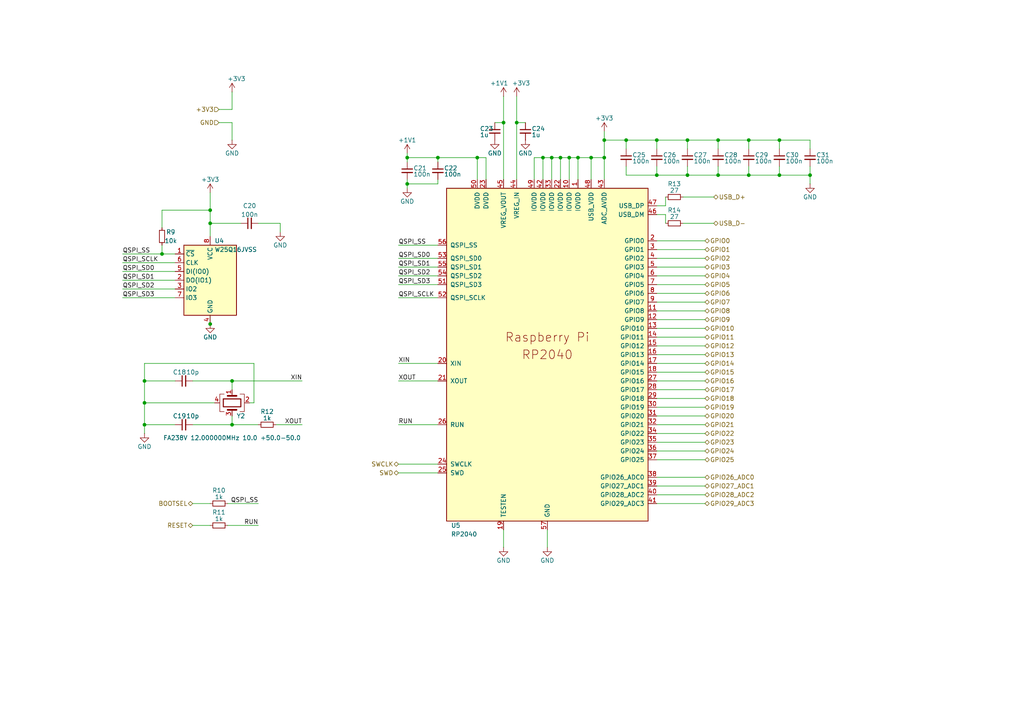
<source format=kicad_sch>
(kicad_sch
	(version 20231120)
	(generator "eeschema")
	(generator_version "8.0")
	(uuid "f1931286-4805-41b1-9402-87ca553b6549")
	(paper "A4")
	(title_block
		(title "RP2040 Core")
		(date "2024-08-03")
		(rev "1")
	)
	(lib_symbols
		(symbol "Device:C_Small"
			(pin_numbers hide)
			(pin_names
				(offset 0.254) hide)
			(exclude_from_sim no)
			(in_bom yes)
			(on_board yes)
			(property "Reference" "C"
				(at 0.254 1.778 0)
				(effects
					(font
						(size 1.27 1.27)
					)
					(justify left)
				)
			)
			(property "Value" "C_Small"
				(at 0.254 -2.032 0)
				(effects
					(font
						(size 1.27 1.27)
					)
					(justify left)
				)
			)
			(property "Footprint" ""
				(at 0 0 0)
				(effects
					(font
						(size 1.27 1.27)
					)
					(hide yes)
				)
			)
			(property "Datasheet" "~"
				(at 0 0 0)
				(effects
					(font
						(size 1.27 1.27)
					)
					(hide yes)
				)
			)
			(property "Description" "Unpolarized capacitor, small symbol"
				(at 0 0 0)
				(effects
					(font
						(size 1.27 1.27)
					)
					(hide yes)
				)
			)
			(property "ki_keywords" "capacitor cap"
				(at 0 0 0)
				(effects
					(font
						(size 1.27 1.27)
					)
					(hide yes)
				)
			)
			(property "ki_fp_filters" "C_*"
				(at 0 0 0)
				(effects
					(font
						(size 1.27 1.27)
					)
					(hide yes)
				)
			)
			(symbol "C_Small_0_1"
				(polyline
					(pts
						(xy -1.524 -0.508) (xy 1.524 -0.508)
					)
					(stroke
						(width 0.3302)
						(type default)
					)
					(fill
						(type none)
					)
				)
				(polyline
					(pts
						(xy -1.524 0.508) (xy 1.524 0.508)
					)
					(stroke
						(width 0.3048)
						(type default)
					)
					(fill
						(type none)
					)
				)
			)
			(symbol "C_Small_1_1"
				(pin passive line
					(at 0 2.54 270)
					(length 2.032)
					(name "~"
						(effects
							(font
								(size 1.27 1.27)
							)
						)
					)
					(number "1"
						(effects
							(font
								(size 1.27 1.27)
							)
						)
					)
				)
				(pin passive line
					(at 0 -2.54 90)
					(length 2.032)
					(name "~"
						(effects
							(font
								(size 1.27 1.27)
							)
						)
					)
					(number "2"
						(effects
							(font
								(size 1.27 1.27)
							)
						)
					)
				)
			)
		)
		(symbol "Device:Crystal_GND24"
			(pin_names
				(offset 1.016) hide)
			(exclude_from_sim no)
			(in_bom yes)
			(on_board yes)
			(property "Reference" "Y"
				(at 3.175 5.08 0)
				(effects
					(font
						(size 1.27 1.27)
					)
					(justify left)
				)
			)
			(property "Value" "Crystal_GND24"
				(at 3.175 3.175 0)
				(effects
					(font
						(size 1.27 1.27)
					)
					(justify left)
				)
			)
			(property "Footprint" ""
				(at 0 0 0)
				(effects
					(font
						(size 1.27 1.27)
					)
					(hide yes)
				)
			)
			(property "Datasheet" "~"
				(at 0 0 0)
				(effects
					(font
						(size 1.27 1.27)
					)
					(hide yes)
				)
			)
			(property "Description" "Four pin crystal, GND on pins 2 and 4"
				(at 0 0 0)
				(effects
					(font
						(size 1.27 1.27)
					)
					(hide yes)
				)
			)
			(property "ki_keywords" "quartz ceramic resonator oscillator"
				(at 0 0 0)
				(effects
					(font
						(size 1.27 1.27)
					)
					(hide yes)
				)
			)
			(property "ki_fp_filters" "Crystal*"
				(at 0 0 0)
				(effects
					(font
						(size 1.27 1.27)
					)
					(hide yes)
				)
			)
			(symbol "Crystal_GND24_0_1"
				(rectangle
					(start -1.143 2.54)
					(end 1.143 -2.54)
					(stroke
						(width 0.3048)
						(type default)
					)
					(fill
						(type none)
					)
				)
				(polyline
					(pts
						(xy -2.54 0) (xy -2.032 0)
					)
					(stroke
						(width 0)
						(type default)
					)
					(fill
						(type none)
					)
				)
				(polyline
					(pts
						(xy -2.032 -1.27) (xy -2.032 1.27)
					)
					(stroke
						(width 0.508)
						(type default)
					)
					(fill
						(type none)
					)
				)
				(polyline
					(pts
						(xy 0 -3.81) (xy 0 -3.556)
					)
					(stroke
						(width 0)
						(type default)
					)
					(fill
						(type none)
					)
				)
				(polyline
					(pts
						(xy 0 3.556) (xy 0 3.81)
					)
					(stroke
						(width 0)
						(type default)
					)
					(fill
						(type none)
					)
				)
				(polyline
					(pts
						(xy 2.032 -1.27) (xy 2.032 1.27)
					)
					(stroke
						(width 0.508)
						(type default)
					)
					(fill
						(type none)
					)
				)
				(polyline
					(pts
						(xy 2.032 0) (xy 2.54 0)
					)
					(stroke
						(width 0)
						(type default)
					)
					(fill
						(type none)
					)
				)
				(polyline
					(pts
						(xy -2.54 -2.286) (xy -2.54 -3.556) (xy 2.54 -3.556) (xy 2.54 -2.286)
					)
					(stroke
						(width 0)
						(type default)
					)
					(fill
						(type none)
					)
				)
				(polyline
					(pts
						(xy -2.54 2.286) (xy -2.54 3.556) (xy 2.54 3.556) (xy 2.54 2.286)
					)
					(stroke
						(width 0)
						(type default)
					)
					(fill
						(type none)
					)
				)
			)
			(symbol "Crystal_GND24_1_1"
				(pin passive line
					(at -3.81 0 0)
					(length 1.27)
					(name "1"
						(effects
							(font
								(size 1.27 1.27)
							)
						)
					)
					(number "1"
						(effects
							(font
								(size 1.27 1.27)
							)
						)
					)
				)
				(pin passive line
					(at 0 5.08 270)
					(length 1.27)
					(name "2"
						(effects
							(font
								(size 1.27 1.27)
							)
						)
					)
					(number "2"
						(effects
							(font
								(size 1.27 1.27)
							)
						)
					)
				)
				(pin passive line
					(at 3.81 0 180)
					(length 1.27)
					(name "3"
						(effects
							(font
								(size 1.27 1.27)
							)
						)
					)
					(number "3"
						(effects
							(font
								(size 1.27 1.27)
							)
						)
					)
				)
				(pin passive line
					(at 0 -5.08 90)
					(length 1.27)
					(name "4"
						(effects
							(font
								(size 1.27 1.27)
							)
						)
					)
					(number "4"
						(effects
							(font
								(size 1.27 1.27)
							)
						)
					)
				)
			)
		)
		(symbol "Device:R_Small"
			(pin_numbers hide)
			(pin_names
				(offset 0.254) hide)
			(exclude_from_sim no)
			(in_bom yes)
			(on_board yes)
			(property "Reference" "R"
				(at 0.762 0.508 0)
				(effects
					(font
						(size 1.27 1.27)
					)
					(justify left)
				)
			)
			(property "Value" "R_Small"
				(at 0.762 -1.016 0)
				(effects
					(font
						(size 1.27 1.27)
					)
					(justify left)
				)
			)
			(property "Footprint" ""
				(at 0 0 0)
				(effects
					(font
						(size 1.27 1.27)
					)
					(hide yes)
				)
			)
			(property "Datasheet" "~"
				(at 0 0 0)
				(effects
					(font
						(size 1.27 1.27)
					)
					(hide yes)
				)
			)
			(property "Description" "Resistor, small symbol"
				(at 0 0 0)
				(effects
					(font
						(size 1.27 1.27)
					)
					(hide yes)
				)
			)
			(property "ki_keywords" "R resistor"
				(at 0 0 0)
				(effects
					(font
						(size 1.27 1.27)
					)
					(hide yes)
				)
			)
			(property "ki_fp_filters" "R_*"
				(at 0 0 0)
				(effects
					(font
						(size 1.27 1.27)
					)
					(hide yes)
				)
			)
			(symbol "R_Small_0_1"
				(rectangle
					(start -0.762 1.778)
					(end 0.762 -1.778)
					(stroke
						(width 0.2032)
						(type default)
					)
					(fill
						(type none)
					)
				)
			)
			(symbol "R_Small_1_1"
				(pin passive line
					(at 0 2.54 270)
					(length 0.762)
					(name "~"
						(effects
							(font
								(size 1.27 1.27)
							)
						)
					)
					(number "1"
						(effects
							(font
								(size 1.27 1.27)
							)
						)
					)
				)
				(pin passive line
					(at 0 -2.54 90)
					(length 0.762)
					(name "~"
						(effects
							(font
								(size 1.27 1.27)
							)
						)
					)
					(number "2"
						(effects
							(font
								(size 1.27 1.27)
							)
						)
					)
				)
			)
		)
		(symbol "MCU_RaspberryPi_RP2040:RP2040"
			(pin_names
				(offset 1.016)
			)
			(exclude_from_sim no)
			(in_bom yes)
			(on_board yes)
			(property "Reference" "U"
				(at -29.21 49.53 0)
				(effects
					(font
						(size 1.27 1.27)
					)
				)
			)
			(property "Value" "RP2040"
				(at 24.13 -49.53 0)
				(effects
					(font
						(size 1.27 1.27)
					)
				)
			)
			(property "Footprint" "RP2040_minimal:RP2040-QFN-56"
				(at -19.05 0 0)
				(effects
					(font
						(size 1.27 1.27)
					)
					(hide yes)
				)
			)
			(property "Datasheet" ""
				(at -19.05 0 0)
				(effects
					(font
						(size 1.27 1.27)
					)
					(hide yes)
				)
			)
			(property "Description" ""
				(at 0 0 0)
				(effects
					(font
						(size 1.27 1.27)
					)
					(hide yes)
				)
			)
			(symbol "RP2040_0_0"
				(text "Raspberry Pi"
					(at 0 5.08 0)
					(effects
						(font
							(size 2.54 2.54)
						)
					)
				)
				(text "RP2040"
					(at 0 0 0)
					(effects
						(font
							(size 2.54 2.54)
						)
					)
				)
			)
			(symbol "RP2040_0_1"
				(rectangle
					(start 29.21 48.26)
					(end -29.21 -48.26)
					(stroke
						(width 0.254)
						(type solid)
					)
					(fill
						(type background)
					)
				)
			)
			(symbol "RP2040_1_1"
				(pin power_in line
					(at 8.89 50.8 270)
					(length 2.54)
					(name "IOVDD"
						(effects
							(font
								(size 1.27 1.27)
							)
						)
					)
					(number "1"
						(effects
							(font
								(size 1.27 1.27)
							)
						)
					)
				)
				(pin power_in line
					(at 6.35 50.8 270)
					(length 2.54)
					(name "IOVDD"
						(effects
							(font
								(size 1.27 1.27)
							)
						)
					)
					(number "10"
						(effects
							(font
								(size 1.27 1.27)
							)
						)
					)
				)
				(pin bidirectional line
					(at 31.75 12.7 180)
					(length 2.54)
					(name "GPIO8"
						(effects
							(font
								(size 1.27 1.27)
							)
						)
					)
					(number "11"
						(effects
							(font
								(size 1.27 1.27)
							)
						)
					)
				)
				(pin bidirectional line
					(at 31.75 10.16 180)
					(length 2.54)
					(name "GPIO9"
						(effects
							(font
								(size 1.27 1.27)
							)
						)
					)
					(number "12"
						(effects
							(font
								(size 1.27 1.27)
							)
						)
					)
				)
				(pin bidirectional line
					(at 31.75 7.62 180)
					(length 2.54)
					(name "GPIO10"
						(effects
							(font
								(size 1.27 1.27)
							)
						)
					)
					(number "13"
						(effects
							(font
								(size 1.27 1.27)
							)
						)
					)
				)
				(pin bidirectional line
					(at 31.75 5.08 180)
					(length 2.54)
					(name "GPIO11"
						(effects
							(font
								(size 1.27 1.27)
							)
						)
					)
					(number "14"
						(effects
							(font
								(size 1.27 1.27)
							)
						)
					)
				)
				(pin bidirectional line
					(at 31.75 2.54 180)
					(length 2.54)
					(name "GPIO12"
						(effects
							(font
								(size 1.27 1.27)
							)
						)
					)
					(number "15"
						(effects
							(font
								(size 1.27 1.27)
							)
						)
					)
				)
				(pin bidirectional line
					(at 31.75 0 180)
					(length 2.54)
					(name "GPIO13"
						(effects
							(font
								(size 1.27 1.27)
							)
						)
					)
					(number "16"
						(effects
							(font
								(size 1.27 1.27)
							)
						)
					)
				)
				(pin bidirectional line
					(at 31.75 -2.54 180)
					(length 2.54)
					(name "GPIO14"
						(effects
							(font
								(size 1.27 1.27)
							)
						)
					)
					(number "17"
						(effects
							(font
								(size 1.27 1.27)
							)
						)
					)
				)
				(pin bidirectional line
					(at 31.75 -5.08 180)
					(length 2.54)
					(name "GPIO15"
						(effects
							(font
								(size 1.27 1.27)
							)
						)
					)
					(number "18"
						(effects
							(font
								(size 1.27 1.27)
							)
						)
					)
				)
				(pin passive line
					(at -12.7 -50.8 90)
					(length 2.54)
					(name "TESTEN"
						(effects
							(font
								(size 1.27 1.27)
							)
						)
					)
					(number "19"
						(effects
							(font
								(size 1.27 1.27)
							)
						)
					)
				)
				(pin bidirectional line
					(at 31.75 33.02 180)
					(length 2.54)
					(name "GPIO0"
						(effects
							(font
								(size 1.27 1.27)
							)
						)
					)
					(number "2"
						(effects
							(font
								(size 1.27 1.27)
							)
						)
					)
				)
				(pin input line
					(at -31.75 -2.54 0)
					(length 2.54)
					(name "XIN"
						(effects
							(font
								(size 1.27 1.27)
							)
						)
					)
					(number "20"
						(effects
							(font
								(size 1.27 1.27)
							)
						)
					)
				)
				(pin passive line
					(at -31.75 -7.62 0)
					(length 2.54)
					(name "XOUT"
						(effects
							(font
								(size 1.27 1.27)
							)
						)
					)
					(number "21"
						(effects
							(font
								(size 1.27 1.27)
							)
						)
					)
				)
				(pin power_in line
					(at 3.81 50.8 270)
					(length 2.54)
					(name "IOVDD"
						(effects
							(font
								(size 1.27 1.27)
							)
						)
					)
					(number "22"
						(effects
							(font
								(size 1.27 1.27)
							)
						)
					)
				)
				(pin power_in line
					(at -17.78 50.8 270)
					(length 2.54)
					(name "DVDD"
						(effects
							(font
								(size 1.27 1.27)
							)
						)
					)
					(number "23"
						(effects
							(font
								(size 1.27 1.27)
							)
						)
					)
				)
				(pin output line
					(at -31.75 -31.75 0)
					(length 2.54)
					(name "SWCLK"
						(effects
							(font
								(size 1.27 1.27)
							)
						)
					)
					(number "24"
						(effects
							(font
								(size 1.27 1.27)
							)
						)
					)
				)
				(pin bidirectional line
					(at -31.75 -34.29 0)
					(length 2.54)
					(name "SWD"
						(effects
							(font
								(size 1.27 1.27)
							)
						)
					)
					(number "25"
						(effects
							(font
								(size 1.27 1.27)
							)
						)
					)
				)
				(pin input line
					(at -31.75 -20.32 0)
					(length 2.54)
					(name "RUN"
						(effects
							(font
								(size 1.27 1.27)
							)
						)
					)
					(number "26"
						(effects
							(font
								(size 1.27 1.27)
							)
						)
					)
				)
				(pin bidirectional line
					(at 31.75 -7.62 180)
					(length 2.54)
					(name "GPIO16"
						(effects
							(font
								(size 1.27 1.27)
							)
						)
					)
					(number "27"
						(effects
							(font
								(size 1.27 1.27)
							)
						)
					)
				)
				(pin bidirectional line
					(at 31.75 -10.16 180)
					(length 2.54)
					(name "GPIO17"
						(effects
							(font
								(size 1.27 1.27)
							)
						)
					)
					(number "28"
						(effects
							(font
								(size 1.27 1.27)
							)
						)
					)
				)
				(pin bidirectional line
					(at 31.75 -12.7 180)
					(length 2.54)
					(name "GPIO18"
						(effects
							(font
								(size 1.27 1.27)
							)
						)
					)
					(number "29"
						(effects
							(font
								(size 1.27 1.27)
							)
						)
					)
				)
				(pin bidirectional line
					(at 31.75 30.48 180)
					(length 2.54)
					(name "GPIO1"
						(effects
							(font
								(size 1.27 1.27)
							)
						)
					)
					(number "3"
						(effects
							(font
								(size 1.27 1.27)
							)
						)
					)
				)
				(pin bidirectional line
					(at 31.75 -15.24 180)
					(length 2.54)
					(name "GPIO19"
						(effects
							(font
								(size 1.27 1.27)
							)
						)
					)
					(number "30"
						(effects
							(font
								(size 1.27 1.27)
							)
						)
					)
				)
				(pin bidirectional line
					(at 31.75 -17.78 180)
					(length 2.54)
					(name "GPIO20"
						(effects
							(font
								(size 1.27 1.27)
							)
						)
					)
					(number "31"
						(effects
							(font
								(size 1.27 1.27)
							)
						)
					)
				)
				(pin bidirectional line
					(at 31.75 -20.32 180)
					(length 2.54)
					(name "GPIO21"
						(effects
							(font
								(size 1.27 1.27)
							)
						)
					)
					(number "32"
						(effects
							(font
								(size 1.27 1.27)
							)
						)
					)
				)
				(pin power_in line
					(at 1.27 50.8 270)
					(length 2.54)
					(name "IOVDD"
						(effects
							(font
								(size 1.27 1.27)
							)
						)
					)
					(number "33"
						(effects
							(font
								(size 1.27 1.27)
							)
						)
					)
				)
				(pin bidirectional line
					(at 31.75 -22.86 180)
					(length 2.54)
					(name "GPIO22"
						(effects
							(font
								(size 1.27 1.27)
							)
						)
					)
					(number "34"
						(effects
							(font
								(size 1.27 1.27)
							)
						)
					)
				)
				(pin bidirectional line
					(at 31.75 -25.4 180)
					(length 2.54)
					(name "GPIO23"
						(effects
							(font
								(size 1.27 1.27)
							)
						)
					)
					(number "35"
						(effects
							(font
								(size 1.27 1.27)
							)
						)
					)
				)
				(pin bidirectional line
					(at 31.75 -27.94 180)
					(length 2.54)
					(name "GPIO24"
						(effects
							(font
								(size 1.27 1.27)
							)
						)
					)
					(number "36"
						(effects
							(font
								(size 1.27 1.27)
							)
						)
					)
				)
				(pin bidirectional line
					(at 31.75 -30.48 180)
					(length 2.54)
					(name "GPIO25"
						(effects
							(font
								(size 1.27 1.27)
							)
						)
					)
					(number "37"
						(effects
							(font
								(size 1.27 1.27)
							)
						)
					)
				)
				(pin bidirectional line
					(at 31.75 -35.56 180)
					(length 2.54)
					(name "GPIO26_ADC0"
						(effects
							(font
								(size 1.27 1.27)
							)
						)
					)
					(number "38"
						(effects
							(font
								(size 1.27 1.27)
							)
						)
					)
				)
				(pin bidirectional line
					(at 31.75 -38.1 180)
					(length 2.54)
					(name "GPIO27_ADC1"
						(effects
							(font
								(size 1.27 1.27)
							)
						)
					)
					(number "39"
						(effects
							(font
								(size 1.27 1.27)
							)
						)
					)
				)
				(pin bidirectional line
					(at 31.75 27.94 180)
					(length 2.54)
					(name "GPIO2"
						(effects
							(font
								(size 1.27 1.27)
							)
						)
					)
					(number "4"
						(effects
							(font
								(size 1.27 1.27)
							)
						)
					)
				)
				(pin bidirectional line
					(at 31.75 -40.64 180)
					(length 2.54)
					(name "GPIO28_ADC2"
						(effects
							(font
								(size 1.27 1.27)
							)
						)
					)
					(number "40"
						(effects
							(font
								(size 1.27 1.27)
							)
						)
					)
				)
				(pin bidirectional line
					(at 31.75 -43.18 180)
					(length 2.54)
					(name "GPIO29_ADC3"
						(effects
							(font
								(size 1.27 1.27)
							)
						)
					)
					(number "41"
						(effects
							(font
								(size 1.27 1.27)
							)
						)
					)
				)
				(pin power_in line
					(at -1.27 50.8 270)
					(length 2.54)
					(name "IOVDD"
						(effects
							(font
								(size 1.27 1.27)
							)
						)
					)
					(number "42"
						(effects
							(font
								(size 1.27 1.27)
							)
						)
					)
				)
				(pin power_in line
					(at 16.51 50.8 270)
					(length 2.54)
					(name "ADC_AVDD"
						(effects
							(font
								(size 1.27 1.27)
							)
						)
					)
					(number "43"
						(effects
							(font
								(size 1.27 1.27)
							)
						)
					)
				)
				(pin power_in line
					(at -8.89 50.8 270)
					(length 2.54)
					(name "VREG_IN"
						(effects
							(font
								(size 1.27 1.27)
							)
						)
					)
					(number "44"
						(effects
							(font
								(size 1.27 1.27)
							)
						)
					)
				)
				(pin power_out line
					(at -12.7 50.8 270)
					(length 2.54)
					(name "VREG_VOUT"
						(effects
							(font
								(size 1.27 1.27)
							)
						)
					)
					(number "45"
						(effects
							(font
								(size 1.27 1.27)
							)
						)
					)
				)
				(pin bidirectional line
					(at 31.75 40.64 180)
					(length 2.54)
					(name "USB_DM"
						(effects
							(font
								(size 1.27 1.27)
							)
						)
					)
					(number "46"
						(effects
							(font
								(size 1.27 1.27)
							)
						)
					)
				)
				(pin bidirectional line
					(at 31.75 43.18 180)
					(length 2.54)
					(name "USB_DP"
						(effects
							(font
								(size 1.27 1.27)
							)
						)
					)
					(number "47"
						(effects
							(font
								(size 1.27 1.27)
							)
						)
					)
				)
				(pin power_in line
					(at 12.7 50.8 270)
					(length 2.54)
					(name "USB_VDD"
						(effects
							(font
								(size 1.27 1.27)
							)
						)
					)
					(number "48"
						(effects
							(font
								(size 1.27 1.27)
							)
						)
					)
				)
				(pin power_in line
					(at -3.81 50.8 270)
					(length 2.54)
					(name "IOVDD"
						(effects
							(font
								(size 1.27 1.27)
							)
						)
					)
					(number "49"
						(effects
							(font
								(size 1.27 1.27)
							)
						)
					)
				)
				(pin bidirectional line
					(at 31.75 25.4 180)
					(length 2.54)
					(name "GPIO3"
						(effects
							(font
								(size 1.27 1.27)
							)
						)
					)
					(number "5"
						(effects
							(font
								(size 1.27 1.27)
							)
						)
					)
				)
				(pin power_in line
					(at -20.32 50.8 270)
					(length 2.54)
					(name "DVDD"
						(effects
							(font
								(size 1.27 1.27)
							)
						)
					)
					(number "50"
						(effects
							(font
								(size 1.27 1.27)
							)
						)
					)
				)
				(pin bidirectional line
					(at -31.75 20.32 0)
					(length 2.54)
					(name "QSPI_SD3"
						(effects
							(font
								(size 1.27 1.27)
							)
						)
					)
					(number "51"
						(effects
							(font
								(size 1.27 1.27)
							)
						)
					)
				)
				(pin output line
					(at -31.75 16.51 0)
					(length 2.54)
					(name "QSPI_SCLK"
						(effects
							(font
								(size 1.27 1.27)
							)
						)
					)
					(number "52"
						(effects
							(font
								(size 1.27 1.27)
							)
						)
					)
				)
				(pin bidirectional line
					(at -31.75 27.94 0)
					(length 2.54)
					(name "QSPI_SD0"
						(effects
							(font
								(size 1.27 1.27)
							)
						)
					)
					(number "53"
						(effects
							(font
								(size 1.27 1.27)
							)
						)
					)
				)
				(pin bidirectional line
					(at -31.75 22.86 0)
					(length 2.54)
					(name "QSPI_SD2"
						(effects
							(font
								(size 1.27 1.27)
							)
						)
					)
					(number "54"
						(effects
							(font
								(size 1.27 1.27)
							)
						)
					)
				)
				(pin bidirectional line
					(at -31.75 25.4 0)
					(length 2.54)
					(name "QSPI_SD1"
						(effects
							(font
								(size 1.27 1.27)
							)
						)
					)
					(number "55"
						(effects
							(font
								(size 1.27 1.27)
							)
						)
					)
				)
				(pin bidirectional line
					(at -31.75 31.75 0)
					(length 2.54)
					(name "QSPI_SS"
						(effects
							(font
								(size 1.27 1.27)
							)
						)
					)
					(number "56"
						(effects
							(font
								(size 1.27 1.27)
							)
						)
					)
				)
				(pin power_in line
					(at 0 -50.8 90)
					(length 2.54)
					(name "GND"
						(effects
							(font
								(size 1.27 1.27)
							)
						)
					)
					(number "57"
						(effects
							(font
								(size 1.27 1.27)
							)
						)
					)
				)
				(pin bidirectional line
					(at 31.75 22.86 180)
					(length 2.54)
					(name "GPIO4"
						(effects
							(font
								(size 1.27 1.27)
							)
						)
					)
					(number "6"
						(effects
							(font
								(size 1.27 1.27)
							)
						)
					)
				)
				(pin bidirectional line
					(at 31.75 20.32 180)
					(length 2.54)
					(name "GPIO5"
						(effects
							(font
								(size 1.27 1.27)
							)
						)
					)
					(number "7"
						(effects
							(font
								(size 1.27 1.27)
							)
						)
					)
				)
				(pin bidirectional line
					(at 31.75 17.78 180)
					(length 2.54)
					(name "GPIO6"
						(effects
							(font
								(size 1.27 1.27)
							)
						)
					)
					(number "8"
						(effects
							(font
								(size 1.27 1.27)
							)
						)
					)
				)
				(pin bidirectional line
					(at 31.75 15.24 180)
					(length 2.54)
					(name "GPIO7"
						(effects
							(font
								(size 1.27 1.27)
							)
						)
					)
					(number "9"
						(effects
							(font
								(size 1.27 1.27)
							)
						)
					)
				)
			)
		)
		(symbol "Memory_Flash:W25Q32JVSS"
			(exclude_from_sim no)
			(in_bom yes)
			(on_board yes)
			(property "Reference" "U"
				(at -6.35 11.43 0)
				(effects
					(font
						(size 1.27 1.27)
					)
				)
			)
			(property "Value" "W25Q32JVSS"
				(at 7.62 11.43 0)
				(effects
					(font
						(size 1.27 1.27)
					)
				)
			)
			(property "Footprint" "Package_SO:SOIC-8_5.23x5.23mm_P1.27mm"
				(at 0 0 0)
				(effects
					(font
						(size 1.27 1.27)
					)
					(hide yes)
				)
			)
			(property "Datasheet" "http://www.winbond.com/resource-files/w25q32jv%20revg%2003272018%20plus.pdf"
				(at 0 0 0)
				(effects
					(font
						(size 1.27 1.27)
					)
					(hide yes)
				)
			)
			(property "Description" "32Mb Serial Flash Memory, Standard/Dual/Quad SPI, SOIC-8"
				(at 0 0 0)
				(effects
					(font
						(size 1.27 1.27)
					)
					(hide yes)
				)
			)
			(property "ki_keywords" "flash memory SPI"
				(at 0 0 0)
				(effects
					(font
						(size 1.27 1.27)
					)
					(hide yes)
				)
			)
			(property "ki_fp_filters" "SOIC*5.23x5.23mm*P1.27mm*"
				(at 0 0 0)
				(effects
					(font
						(size 1.27 1.27)
					)
					(hide yes)
				)
			)
			(symbol "W25Q32JVSS_0_1"
				(rectangle
					(start -7.62 10.16)
					(end 7.62 -10.16)
					(stroke
						(width 0.254)
						(type default)
					)
					(fill
						(type background)
					)
				)
			)
			(symbol "W25Q32JVSS_1_1"
				(pin input line
					(at -10.16 7.62 0)
					(length 2.54)
					(name "~{CS}"
						(effects
							(font
								(size 1.27 1.27)
							)
						)
					)
					(number "1"
						(effects
							(font
								(size 1.27 1.27)
							)
						)
					)
				)
				(pin bidirectional line
					(at -10.16 0 0)
					(length 2.54)
					(name "DO(IO1)"
						(effects
							(font
								(size 1.27 1.27)
							)
						)
					)
					(number "2"
						(effects
							(font
								(size 1.27 1.27)
							)
						)
					)
				)
				(pin bidirectional line
					(at -10.16 -2.54 0)
					(length 2.54)
					(name "IO2"
						(effects
							(font
								(size 1.27 1.27)
							)
						)
					)
					(number "3"
						(effects
							(font
								(size 1.27 1.27)
							)
						)
					)
				)
				(pin power_in line
					(at 0 -12.7 90)
					(length 2.54)
					(name "GND"
						(effects
							(font
								(size 1.27 1.27)
							)
						)
					)
					(number "4"
						(effects
							(font
								(size 1.27 1.27)
							)
						)
					)
				)
				(pin bidirectional line
					(at -10.16 2.54 0)
					(length 2.54)
					(name "DI(IO0)"
						(effects
							(font
								(size 1.27 1.27)
							)
						)
					)
					(number "5"
						(effects
							(font
								(size 1.27 1.27)
							)
						)
					)
				)
				(pin input line
					(at -10.16 5.08 0)
					(length 2.54)
					(name "CLK"
						(effects
							(font
								(size 1.27 1.27)
							)
						)
					)
					(number "6"
						(effects
							(font
								(size 1.27 1.27)
							)
						)
					)
				)
				(pin bidirectional line
					(at -10.16 -5.08 0)
					(length 2.54)
					(name "IO3"
						(effects
							(font
								(size 1.27 1.27)
							)
						)
					)
					(number "7"
						(effects
							(font
								(size 1.27 1.27)
							)
						)
					)
				)
				(pin power_in line
					(at 0 12.7 270)
					(length 2.54)
					(name "VCC"
						(effects
							(font
								(size 1.27 1.27)
							)
						)
					)
					(number "8"
						(effects
							(font
								(size 1.27 1.27)
							)
						)
					)
				)
			)
		)
		(symbol "power:+1V1"
			(power)
			(pin_numbers hide)
			(pin_names
				(offset 0) hide)
			(exclude_from_sim no)
			(in_bom yes)
			(on_board yes)
			(property "Reference" "#PWR"
				(at 0 -3.81 0)
				(effects
					(font
						(size 1.27 1.27)
					)
					(hide yes)
				)
			)
			(property "Value" "+1V1"
				(at 0 3.556 0)
				(effects
					(font
						(size 1.27 1.27)
					)
				)
			)
			(property "Footprint" ""
				(at 0 0 0)
				(effects
					(font
						(size 1.27 1.27)
					)
					(hide yes)
				)
			)
			(property "Datasheet" ""
				(at 0 0 0)
				(effects
					(font
						(size 1.27 1.27)
					)
					(hide yes)
				)
			)
			(property "Description" "Power symbol creates a global label with name \"+1V1\""
				(at 0 0 0)
				(effects
					(font
						(size 1.27 1.27)
					)
					(hide yes)
				)
			)
			(property "ki_keywords" "global power"
				(at 0 0 0)
				(effects
					(font
						(size 1.27 1.27)
					)
					(hide yes)
				)
			)
			(symbol "+1V1_0_1"
				(polyline
					(pts
						(xy -0.762 1.27) (xy 0 2.54)
					)
					(stroke
						(width 0)
						(type default)
					)
					(fill
						(type none)
					)
				)
				(polyline
					(pts
						(xy 0 0) (xy 0 2.54)
					)
					(stroke
						(width 0)
						(type default)
					)
					(fill
						(type none)
					)
				)
				(polyline
					(pts
						(xy 0 2.54) (xy 0.762 1.27)
					)
					(stroke
						(width 0)
						(type default)
					)
					(fill
						(type none)
					)
				)
			)
			(symbol "+1V1_1_1"
				(pin power_in line
					(at 0 0 90)
					(length 0)
					(name "~"
						(effects
							(font
								(size 1.27 1.27)
							)
						)
					)
					(number "1"
						(effects
							(font
								(size 1.27 1.27)
							)
						)
					)
				)
			)
		)
		(symbol "power:+3V3"
			(power)
			(pin_numbers hide)
			(pin_names
				(offset 0) hide)
			(exclude_from_sim no)
			(in_bom yes)
			(on_board yes)
			(property "Reference" "#PWR"
				(at 0 -3.81 0)
				(effects
					(font
						(size 1.27 1.27)
					)
					(hide yes)
				)
			)
			(property "Value" "+3V3"
				(at 0 3.556 0)
				(effects
					(font
						(size 1.27 1.27)
					)
				)
			)
			(property "Footprint" ""
				(at 0 0 0)
				(effects
					(font
						(size 1.27 1.27)
					)
					(hide yes)
				)
			)
			(property "Datasheet" ""
				(at 0 0 0)
				(effects
					(font
						(size 1.27 1.27)
					)
					(hide yes)
				)
			)
			(property "Description" "Power symbol creates a global label with name \"+3V3\""
				(at 0 0 0)
				(effects
					(font
						(size 1.27 1.27)
					)
					(hide yes)
				)
			)
			(property "ki_keywords" "global power"
				(at 0 0 0)
				(effects
					(font
						(size 1.27 1.27)
					)
					(hide yes)
				)
			)
			(symbol "+3V3_0_1"
				(polyline
					(pts
						(xy -0.762 1.27) (xy 0 2.54)
					)
					(stroke
						(width 0)
						(type default)
					)
					(fill
						(type none)
					)
				)
				(polyline
					(pts
						(xy 0 0) (xy 0 2.54)
					)
					(stroke
						(width 0)
						(type default)
					)
					(fill
						(type none)
					)
				)
				(polyline
					(pts
						(xy 0 2.54) (xy 0.762 1.27)
					)
					(stroke
						(width 0)
						(type default)
					)
					(fill
						(type none)
					)
				)
			)
			(symbol "+3V3_1_1"
				(pin power_in line
					(at 0 0 90)
					(length 0)
					(name "~"
						(effects
							(font
								(size 1.27 1.27)
							)
						)
					)
					(number "1"
						(effects
							(font
								(size 1.27 1.27)
							)
						)
					)
				)
			)
		)
		(symbol "power:GND"
			(power)
			(pin_numbers hide)
			(pin_names
				(offset 0) hide)
			(exclude_from_sim no)
			(in_bom yes)
			(on_board yes)
			(property "Reference" "#PWR"
				(at 0 -6.35 0)
				(effects
					(font
						(size 1.27 1.27)
					)
					(hide yes)
				)
			)
			(property "Value" "GND"
				(at 0 -3.81 0)
				(effects
					(font
						(size 1.27 1.27)
					)
				)
			)
			(property "Footprint" ""
				(at 0 0 0)
				(effects
					(font
						(size 1.27 1.27)
					)
					(hide yes)
				)
			)
			(property "Datasheet" ""
				(at 0 0 0)
				(effects
					(font
						(size 1.27 1.27)
					)
					(hide yes)
				)
			)
			(property "Description" "Power symbol creates a global label with name \"GND\" , ground"
				(at 0 0 0)
				(effects
					(font
						(size 1.27 1.27)
					)
					(hide yes)
				)
			)
			(property "ki_keywords" "global power"
				(at 0 0 0)
				(effects
					(font
						(size 1.27 1.27)
					)
					(hide yes)
				)
			)
			(symbol "GND_0_1"
				(polyline
					(pts
						(xy 0 0) (xy 0 -1.27) (xy 1.27 -1.27) (xy 0 -2.54) (xy -1.27 -1.27) (xy 0 -1.27)
					)
					(stroke
						(width 0)
						(type default)
					)
					(fill
						(type none)
					)
				)
			)
			(symbol "GND_1_1"
				(pin power_in line
					(at 0 0 270)
					(length 0)
					(name "~"
						(effects
							(font
								(size 1.27 1.27)
							)
						)
					)
					(number "1"
						(effects
							(font
								(size 1.27 1.27)
							)
						)
					)
				)
			)
		)
	)
	(junction
		(at 146.05 35.56)
		(diameter 0)
		(color 0 0 0 0)
		(uuid "04f8523a-6cd8-4dd5-b94f-14a395fc4562")
	)
	(junction
		(at 67.31 110.49)
		(diameter 0)
		(color 0 0 0 0)
		(uuid "0e15648f-b146-4113-b931-0c111badd6bc")
	)
	(junction
		(at 199.39 40.64)
		(diameter 0)
		(color 0 0 0 0)
		(uuid "132b3635-6203-424e-92c0-65b814d553af")
	)
	(junction
		(at 234.95 50.8)
		(diameter 0)
		(color 0 0 0 0)
		(uuid "26c53372-040e-4fde-aa2a-c80c59ad6165")
	)
	(junction
		(at 175.26 40.64)
		(diameter 0)
		(color 0 0 0 0)
		(uuid "30a66962-bbd3-4234-ad00-23bd7ea178d3")
	)
	(junction
		(at 127 45.72)
		(diameter 0)
		(color 0 0 0 0)
		(uuid "313acc1c-8451-40e1-afbb-021ae8b86eb2")
	)
	(junction
		(at 226.06 50.8)
		(diameter 0)
		(color 0 0 0 0)
		(uuid "3822e904-4e17-4fbd-8c88-b8a47201741b")
	)
	(junction
		(at 157.48 45.72)
		(diameter 0)
		(color 0 0 0 0)
		(uuid "399227d1-b94e-43dd-8a59-9f2c4fad4388")
	)
	(junction
		(at 60.96 60.96)
		(diameter 0)
		(color 0 0 0 0)
		(uuid "4bc49246-4567-4292-a99c-20f59aeb3f5f")
	)
	(junction
		(at 41.91 110.49)
		(diameter 0)
		(color 0 0 0 0)
		(uuid "4c42c58d-3427-4603-8428-4fe2c296941a")
	)
	(junction
		(at 41.91 116.84)
		(diameter 0)
		(color 0 0 0 0)
		(uuid "4dfd1a53-971e-4eb9-adb9-09feb61717bf")
	)
	(junction
		(at 160.02 45.72)
		(diameter 0)
		(color 0 0 0 0)
		(uuid "50c01751-29ac-48c6-8f98-4179696cb8ec")
	)
	(junction
		(at 60.96 64.77)
		(diameter 0)
		(color 0 0 0 0)
		(uuid "5b465974-b968-43d8-afd2-fd05a555a2fe")
	)
	(junction
		(at 217.17 40.64)
		(diameter 0)
		(color 0 0 0 0)
		(uuid "5e5db7c7-2184-4303-a3b9-b81fd04f20ec")
	)
	(junction
		(at 118.11 45.72)
		(diameter 0)
		(color 0 0 0 0)
		(uuid "66988620-87dc-4350-ba32-a69b1db2c05d")
	)
	(junction
		(at 149.86 35.56)
		(diameter 0)
		(color 0 0 0 0)
		(uuid "7ecc140d-bf3b-4398-8775-f60dc0b7ff94")
	)
	(junction
		(at 60.96 93.98)
		(diameter 0)
		(color 0 0 0 0)
		(uuid "8019e4fb-13c1-418c-a84c-f3624600bd95")
	)
	(junction
		(at 208.28 50.8)
		(diameter 0)
		(color 0 0 0 0)
		(uuid "86c679a3-3c71-4cf1-a333-f6c07934a403")
	)
	(junction
		(at 138.43 45.72)
		(diameter 0)
		(color 0 0 0 0)
		(uuid "91119b52-3e8b-4df4-80ec-ea69d24c47b5")
	)
	(junction
		(at 181.61 40.64)
		(diameter 0)
		(color 0 0 0 0)
		(uuid "93499b78-14de-4ec0-82b2-5fcf64d4bf9b")
	)
	(junction
		(at 41.91 123.19)
		(diameter 0)
		(color 0 0 0 0)
		(uuid "946c7901-40a2-490c-8262-0e32a38de0f5")
	)
	(junction
		(at 167.64 45.72)
		(diameter 0)
		(color 0 0 0 0)
		(uuid "99f24532-4d40-4ba2-8615-017091412135")
	)
	(junction
		(at 118.11 53.34)
		(diameter 0)
		(color 0 0 0 0)
		(uuid "b9ece1ec-6e25-4510-97a4-423b657d8060")
	)
	(junction
		(at 67.31 123.19)
		(diameter 0)
		(color 0 0 0 0)
		(uuid "d2076072-d450-4140-8396-3afe086af237")
	)
	(junction
		(at 162.56 45.72)
		(diameter 0)
		(color 0 0 0 0)
		(uuid "d3a5ec19-7bb0-4857-a35e-3fb5566e17c5")
	)
	(junction
		(at 46.99 73.66)
		(diameter 0)
		(color 0 0 0 0)
		(uuid "d3bd4d09-42d3-48a4-a7ab-20b61ef58b34")
	)
	(junction
		(at 190.5 40.64)
		(diameter 0)
		(color 0 0 0 0)
		(uuid "d45723cb-2b04-4030-9d07-20cf90e65a34")
	)
	(junction
		(at 190.5 50.8)
		(diameter 0)
		(color 0 0 0 0)
		(uuid "e2280007-d237-4197-b5c1-5648f900c0fa")
	)
	(junction
		(at 165.1 45.72)
		(diameter 0)
		(color 0 0 0 0)
		(uuid "e510a2b4-3c48-4b64-9745-0e80549458d0")
	)
	(junction
		(at 208.28 40.64)
		(diameter 0)
		(color 0 0 0 0)
		(uuid "ebd4b38b-9952-4d4d-ae9f-8a216d3aa484")
	)
	(junction
		(at 226.06 40.64)
		(diameter 0)
		(color 0 0 0 0)
		(uuid "ec6c1f27-e4b2-4f0f-8e88-6947535a1ba6")
	)
	(junction
		(at 199.39 50.8)
		(diameter 0)
		(color 0 0 0 0)
		(uuid "f41c50ca-b619-4c02-b3a4-c10d3161a0cf")
	)
	(junction
		(at 175.26 45.72)
		(diameter 0)
		(color 0 0 0 0)
		(uuid "fa7b94d4-c210-4e36-972f-1bc2b3dcc7f6")
	)
	(junction
		(at 217.17 50.8)
		(diameter 0)
		(color 0 0 0 0)
		(uuid "fdbe2131-59bf-4c22-9222-fe8b472ef37f")
	)
	(junction
		(at 171.45 45.72)
		(diameter 0)
		(color 0 0 0 0)
		(uuid "fe6eda5a-c41c-475c-9dfc-51f23b074885")
	)
	(wire
		(pts
			(xy 158.75 153.67) (xy 158.75 158.75)
		)
		(stroke
			(width 0)
			(type default)
		)
		(uuid "0114f4bf-49da-4b2d-a6ff-f345ccd07735")
	)
	(wire
		(pts
			(xy 190.5 110.49) (xy 204.47 110.49)
		)
		(stroke
			(width 0)
			(type default)
		)
		(uuid "0490aef3-54ee-4bb9-890b-c2cbb130d91b")
	)
	(wire
		(pts
			(xy 165.1 45.72) (xy 167.64 45.72)
		)
		(stroke
			(width 0)
			(type default)
		)
		(uuid "04a85fa2-4ff5-4fad-ba03-eead15352817")
	)
	(wire
		(pts
			(xy 60.96 55.88) (xy 60.96 60.96)
		)
		(stroke
			(width 0)
			(type default)
		)
		(uuid "0599d435-557e-4cf6-9bf4-2ceb37313ed9")
	)
	(wire
		(pts
			(xy 127 80.01) (xy 115.57 80.01)
		)
		(stroke
			(width 0)
			(type default)
		)
		(uuid "05df247b-0dc8-47ef-a6b5-55bb74a398b7")
	)
	(wire
		(pts
			(xy 60.96 64.77) (xy 60.96 68.58)
		)
		(stroke
			(width 0)
			(type default)
		)
		(uuid "075d316c-9960-42a2-bfe3-80eeb0f5d7bd")
	)
	(wire
		(pts
			(xy 118.11 52.07) (xy 118.11 53.34)
		)
		(stroke
			(width 0)
			(type default)
		)
		(uuid "0830eef4-f1e1-4ae2-b393-8473c4ec4295")
	)
	(wire
		(pts
			(xy 154.94 52.07) (xy 154.94 45.72)
		)
		(stroke
			(width 0)
			(type default)
		)
		(uuid "0833f2df-04d6-4411-b8c1-0c3103f8a980")
	)
	(wire
		(pts
			(xy 175.26 40.64) (xy 175.26 45.72)
		)
		(stroke
			(width 0)
			(type default)
		)
		(uuid "09b760f2-101f-4348-84be-ccd18ec58fbf")
	)
	(wire
		(pts
			(xy 81.28 64.77) (xy 81.28 67.31)
		)
		(stroke
			(width 0)
			(type default)
		)
		(uuid "0a480ccd-c3b5-4a21-898e-4e2e5c874449")
	)
	(wire
		(pts
			(xy 146.05 153.67) (xy 146.05 158.75)
		)
		(stroke
			(width 0)
			(type default)
		)
		(uuid "0a8c4278-fe1c-46b9-83ca-05a1dd1fdcb9")
	)
	(wire
		(pts
			(xy 190.5 97.79) (xy 204.47 97.79)
		)
		(stroke
			(width 0)
			(type default)
		)
		(uuid "0da89335-c482-449e-812c-e703b649360f")
	)
	(wire
		(pts
			(xy 74.93 152.4) (xy 66.04 152.4)
		)
		(stroke
			(width 0)
			(type default)
		)
		(uuid "0e8cc20c-db2c-4ad8-a2f6-0ff7432affaa")
	)
	(wire
		(pts
			(xy 160.02 45.72) (xy 160.02 52.07)
		)
		(stroke
			(width 0)
			(type default)
		)
		(uuid "0f59cdc5-85a7-4e7d-aefe-714d1a484881")
	)
	(wire
		(pts
			(xy 35.56 76.2) (xy 50.8 76.2)
		)
		(stroke
			(width 0)
			(type default)
		)
		(uuid "0f89f631-8a2c-458a-a8c1-b8ac770ab5ba")
	)
	(wire
		(pts
			(xy 138.43 52.07) (xy 138.43 45.72)
		)
		(stroke
			(width 0)
			(type default)
		)
		(uuid "109d2045-41fd-41a1-ba4a-ca3e68122acf")
	)
	(wire
		(pts
			(xy 190.5 105.41) (xy 204.47 105.41)
		)
		(stroke
			(width 0)
			(type default)
		)
		(uuid "11bee926-e1d6-403e-be1d-13137804bf51")
	)
	(wire
		(pts
			(xy 190.5 130.81) (xy 204.47 130.81)
		)
		(stroke
			(width 0)
			(type default)
		)
		(uuid "123102e8-9a86-4ef2-8a9d-e3352c769163")
	)
	(wire
		(pts
			(xy 67.31 35.56) (xy 67.31 40.64)
		)
		(stroke
			(width 0)
			(type default)
		)
		(uuid "141ee583-30f7-416a-a7c5-e55f712f6375")
	)
	(wire
		(pts
			(xy 190.5 77.47) (xy 204.47 77.47)
		)
		(stroke
			(width 0)
			(type default)
		)
		(uuid "154e017c-c4fe-4458-ac34-7b85ebe26c9f")
	)
	(wire
		(pts
			(xy 127 52.07) (xy 127 53.34)
		)
		(stroke
			(width 0)
			(type default)
		)
		(uuid "156e2b4e-eac5-43a0-ad38-bf8beb330945")
	)
	(wire
		(pts
			(xy 199.39 40.64) (xy 190.5 40.64)
		)
		(stroke
			(width 0)
			(type default)
		)
		(uuid "182ea0c4-b70f-4d28-a9fb-5ba48941b87b")
	)
	(wire
		(pts
			(xy 217.17 40.64) (xy 208.28 40.64)
		)
		(stroke
			(width 0)
			(type default)
		)
		(uuid "1863fedd-7d34-49a9-9d19-66236c5a3e56")
	)
	(wire
		(pts
			(xy 41.91 110.49) (xy 41.91 116.84)
		)
		(stroke
			(width 0)
			(type default)
		)
		(uuid "19fbe4d8-bd9f-4c0e-afce-2aeac0186d99")
	)
	(wire
		(pts
			(xy 190.5 85.09) (xy 204.47 85.09)
		)
		(stroke
			(width 0)
			(type default)
		)
		(uuid "1d16aea0-b2a2-4415-b281-ae1137bf8f5a")
	)
	(wire
		(pts
			(xy 154.94 45.72) (xy 157.48 45.72)
		)
		(stroke
			(width 0)
			(type default)
		)
		(uuid "1d58c8cc-a052-4eb4-b7ca-5dfac583aa01")
	)
	(wire
		(pts
			(xy 190.5 80.01) (xy 204.47 80.01)
		)
		(stroke
			(width 0)
			(type default)
		)
		(uuid "1e36084e-fd54-49c7-86a5-a6aec4a78152")
	)
	(wire
		(pts
			(xy 115.57 134.62) (xy 127 134.62)
		)
		(stroke
			(width 0)
			(type default)
		)
		(uuid "1e5baa24-1a1b-4eea-833c-fc5e2e504303")
	)
	(wire
		(pts
			(xy 157.48 45.72) (xy 157.48 52.07)
		)
		(stroke
			(width 0)
			(type default)
		)
		(uuid "21860d73-71f6-41ac-89ca-296ccb56a8b6")
	)
	(wire
		(pts
			(xy 190.5 90.17) (xy 204.47 90.17)
		)
		(stroke
			(width 0)
			(type default)
		)
		(uuid "22309953-e630-4f20-90d5-8c4d939c583a")
	)
	(wire
		(pts
			(xy 171.45 45.72) (xy 171.45 52.07)
		)
		(stroke
			(width 0)
			(type default)
		)
		(uuid "2273993d-96e2-4d42-aec4-d00977edad5e")
	)
	(wire
		(pts
			(xy 35.56 83.82) (xy 50.8 83.82)
		)
		(stroke
			(width 0)
			(type default)
		)
		(uuid "24878038-f157-46c3-b4f6-97a7af904b9f")
	)
	(wire
		(pts
			(xy 67.31 110.49) (xy 87.63 110.49)
		)
		(stroke
			(width 0)
			(type default)
		)
		(uuid "25faa6ed-0da0-4243-8e7e-99ed1da69dec")
	)
	(wire
		(pts
			(xy 60.96 64.77) (xy 69.85 64.77)
		)
		(stroke
			(width 0)
			(type default)
		)
		(uuid "29042b3b-de06-40c7-96f2-25746f1f311c")
	)
	(wire
		(pts
			(xy 127 53.34) (xy 118.11 53.34)
		)
		(stroke
			(width 0)
			(type default)
		)
		(uuid "29ad699f-0e2b-4a7e-9e9a-94cfc6be1bb2")
	)
	(wire
		(pts
			(xy 115.57 105.41) (xy 127 105.41)
		)
		(stroke
			(width 0)
			(type default)
		)
		(uuid "2a78a21e-d23b-44e1-8356-c772f0ecd38f")
	)
	(wire
		(pts
			(xy 208.28 40.64) (xy 208.28 43.18)
		)
		(stroke
			(width 0)
			(type default)
		)
		(uuid "2a9d2301-0f9d-4347-987e-cddca0560402")
	)
	(wire
		(pts
			(xy 190.5 72.39) (xy 204.47 72.39)
		)
		(stroke
			(width 0)
			(type default)
		)
		(uuid "2c2dff0a-21fd-418c-9791-311342b0c091")
	)
	(wire
		(pts
			(xy 190.5 115.57) (xy 204.47 115.57)
		)
		(stroke
			(width 0)
			(type default)
		)
		(uuid "2c532661-0f07-4d8c-9d4c-5585593129d0")
	)
	(wire
		(pts
			(xy 41.91 125.73) (xy 41.91 123.19)
		)
		(stroke
			(width 0)
			(type default)
		)
		(uuid "2dd851b5-74aa-4b42-b4b8-f0dec5ad9bfd")
	)
	(wire
		(pts
			(xy 190.5 123.19) (xy 204.47 123.19)
		)
		(stroke
			(width 0)
			(type default)
		)
		(uuid "30321050-0136-43a0-928b-cf0dec6758cf")
	)
	(wire
		(pts
			(xy 162.56 45.72) (xy 165.1 45.72)
		)
		(stroke
			(width 0)
			(type default)
		)
		(uuid "312e6361-df1f-4261-9bb8-8a490e839b1f")
	)
	(wire
		(pts
			(xy 193.04 59.69) (xy 190.5 59.69)
		)
		(stroke
			(width 0)
			(type default)
		)
		(uuid "367dd817-37ee-4274-b0c6-0f004882c587")
	)
	(wire
		(pts
			(xy 190.5 87.63) (xy 204.47 87.63)
		)
		(stroke
			(width 0)
			(type default)
		)
		(uuid "3728fcb5-f3cb-4415-918d-1623caa2004c")
	)
	(wire
		(pts
			(xy 67.31 26.67) (xy 67.31 31.75)
		)
		(stroke
			(width 0)
			(type default)
		)
		(uuid "3864c80d-3742-496e-9cb6-9cfced4c00fe")
	)
	(wire
		(pts
			(xy 181.61 50.8) (xy 190.5 50.8)
		)
		(stroke
			(width 0)
			(type default)
		)
		(uuid "3cfc37c1-e32c-46d9-905e-a8b969205008")
	)
	(wire
		(pts
			(xy 190.5 133.35) (xy 204.47 133.35)
		)
		(stroke
			(width 0)
			(type default)
		)
		(uuid "431bba98-4832-46af-a1c1-3663f80c28fb")
	)
	(wire
		(pts
			(xy 127 71.12) (xy 115.57 71.12)
		)
		(stroke
			(width 0)
			(type default)
		)
		(uuid "440d4aa4-a0cc-4124-a9aa-545b892d4153")
	)
	(wire
		(pts
			(xy 175.26 38.1) (xy 175.26 40.64)
		)
		(stroke
			(width 0)
			(type default)
		)
		(uuid "45f23f01-24f8-4bcd-b569-c5436825fccb")
	)
	(wire
		(pts
			(xy 175.26 45.72) (xy 175.26 52.07)
		)
		(stroke
			(width 0)
			(type default)
		)
		(uuid "4d3f8ce2-f9a8-47c2-ad01-c7714e3c249b")
	)
	(wire
		(pts
			(xy 181.61 40.64) (xy 181.61 43.18)
		)
		(stroke
			(width 0)
			(type default)
		)
		(uuid "4dd69ac6-ab7e-475a-a560-87ee00b16680")
	)
	(wire
		(pts
			(xy 193.04 57.15) (xy 193.04 59.69)
		)
		(stroke
			(width 0)
			(type default)
		)
		(uuid "4e06febb-4be6-4733-b2a0-6953b48a4408")
	)
	(wire
		(pts
			(xy 35.56 86.36) (xy 50.8 86.36)
		)
		(stroke
			(width 0)
			(type default)
		)
		(uuid "4e2c5abc-2d20-42da-81e9-845bb9873007")
	)
	(wire
		(pts
			(xy 190.5 48.26) (xy 190.5 50.8)
		)
		(stroke
			(width 0)
			(type default)
		)
		(uuid "4efee9ad-0fb6-4e59-99cb-e8ae1d0bf8b1")
	)
	(wire
		(pts
			(xy 199.39 50.8) (xy 208.28 50.8)
		)
		(stroke
			(width 0)
			(type default)
		)
		(uuid "5097c568-9db6-45a1-8b17-e7511d146fb9")
	)
	(wire
		(pts
			(xy 190.5 143.51) (xy 204.47 143.51)
		)
		(stroke
			(width 0)
			(type default)
		)
		(uuid "5187faf7-db8d-4c0b-aeeb-116c6da2334a")
	)
	(wire
		(pts
			(xy 190.5 118.11) (xy 204.47 118.11)
		)
		(stroke
			(width 0)
			(type default)
		)
		(uuid "560f9ec6-abd8-49e9-9ec3-4cf2e2aae1cc")
	)
	(wire
		(pts
			(xy 190.5 92.71) (xy 204.47 92.71)
		)
		(stroke
			(width 0)
			(type default)
		)
		(uuid "592ee2d5-0f75-4d12-9ed0-7169b48d6664")
	)
	(wire
		(pts
			(xy 190.5 107.95) (xy 204.47 107.95)
		)
		(stroke
			(width 0)
			(type default)
		)
		(uuid "5bbd1ad7-45ca-45c3-9ece-577de7fbdd2d")
	)
	(wire
		(pts
			(xy 146.05 35.56) (xy 146.05 52.07)
		)
		(stroke
			(width 0)
			(type default)
		)
		(uuid "5cfa3942-7ed5-410b-9046-ef3b30be4a90")
	)
	(wire
		(pts
			(xy 217.17 40.64) (xy 217.17 43.18)
		)
		(stroke
			(width 0)
			(type default)
		)
		(uuid "5d7cd139-ee0b-4172-9910-06ad2e3eb1cb")
	)
	(wire
		(pts
			(xy 190.5 128.27) (xy 204.47 128.27)
		)
		(stroke
			(width 0)
			(type default)
		)
		(uuid "633f4432-4db3-4acc-bb87-3beffc43c888")
	)
	(wire
		(pts
			(xy 226.06 40.64) (xy 217.17 40.64)
		)
		(stroke
			(width 0)
			(type default)
		)
		(uuid "6382c25a-1ccf-4cf6-b882-d6311bb12fd1")
	)
	(wire
		(pts
			(xy 162.56 45.72) (xy 162.56 52.07)
		)
		(stroke
			(width 0)
			(type default)
		)
		(uuid "650bc205-688a-44eb-a8cd-5d120ce0b1dd")
	)
	(wire
		(pts
			(xy 50.8 110.49) (xy 41.91 110.49)
		)
		(stroke
			(width 0)
			(type default)
		)
		(uuid "65d93a64-5b72-4517-8c79-a43eaa3b3d24")
	)
	(wire
		(pts
			(xy 115.57 137.16) (xy 127 137.16)
		)
		(stroke
			(width 0)
			(type default)
		)
		(uuid "6628bc4d-ed72-4134-8c7b-9126738c1b53")
	)
	(wire
		(pts
			(xy 127 82.55) (xy 115.57 82.55)
		)
		(stroke
			(width 0)
			(type default)
		)
		(uuid "686708a2-bad3-4611-bfc7-9c9b71764e01")
	)
	(wire
		(pts
			(xy 199.39 48.26) (xy 199.39 50.8)
		)
		(stroke
			(width 0)
			(type default)
		)
		(uuid "69755269-7d7a-46ac-9760-c64b741d106c")
	)
	(wire
		(pts
			(xy 67.31 120.65) (xy 67.31 123.19)
		)
		(stroke
			(width 0)
			(type default)
		)
		(uuid "69a663d4-3a6c-4d88-8086-22314869ed4c")
	)
	(wire
		(pts
			(xy 72.39 116.84) (xy 73.66 116.84)
		)
		(stroke
			(width 0)
			(type default)
		)
		(uuid "69afdbba-5519-49f5-bded-8390efe95299")
	)
	(wire
		(pts
			(xy 165.1 45.72) (xy 165.1 52.07)
		)
		(stroke
			(width 0)
			(type default)
		)
		(uuid "6afd99dd-a03b-4f38-a08c-22f4ea03decc")
	)
	(wire
		(pts
			(xy 46.99 60.96) (xy 60.96 60.96)
		)
		(stroke
			(width 0)
			(type default)
		)
		(uuid "6b08a48d-2889-44bd-a269-f343d7e68050")
	)
	(wire
		(pts
			(xy 226.06 50.8) (xy 234.95 50.8)
		)
		(stroke
			(width 0)
			(type default)
		)
		(uuid "6f0a8c30-5999-4e4c-9560-a0f67304c898")
	)
	(wire
		(pts
			(xy 35.56 81.28) (xy 50.8 81.28)
		)
		(stroke
			(width 0)
			(type default)
		)
		(uuid "73936f9c-407d-4c19-ad50-894186640c4c")
	)
	(wire
		(pts
			(xy 55.88 152.4) (xy 60.96 152.4)
		)
		(stroke
			(width 0)
			(type default)
		)
		(uuid "74a6984a-82c9-4201-b27b-4c13ce7b7d9c")
	)
	(wire
		(pts
			(xy 67.31 31.75) (xy 63.5 31.75)
		)
		(stroke
			(width 0)
			(type default)
		)
		(uuid "75e3faf1-d717-409f-b11e-096cc19c2dde")
	)
	(wire
		(pts
			(xy 190.5 95.25) (xy 204.47 95.25)
		)
		(stroke
			(width 0)
			(type default)
		)
		(uuid "761f267e-d64d-40c6-b02a-57644046147a")
	)
	(wire
		(pts
			(xy 149.86 27.94) (xy 149.86 35.56)
		)
		(stroke
			(width 0)
			(type default)
		)
		(uuid "7696e079-10e8-44eb-b522-d1717b85f73d")
	)
	(wire
		(pts
			(xy 67.31 110.49) (xy 67.31 113.03)
		)
		(stroke
			(width 0)
			(type default)
		)
		(uuid "7718501a-8163-456f-9bba-7f27ce051eef")
	)
	(wire
		(pts
			(xy 118.11 44.45) (xy 118.11 45.72)
		)
		(stroke
			(width 0)
			(type default)
		)
		(uuid "77e73514-63e4-44e0-beb0-dc0b98357333")
	)
	(wire
		(pts
			(xy 157.48 45.72) (xy 160.02 45.72)
		)
		(stroke
			(width 0)
			(type default)
		)
		(uuid "79c6eb16-6c8a-4086-9612-bac7d2559af3")
	)
	(wire
		(pts
			(xy 146.05 27.94) (xy 146.05 35.56)
		)
		(stroke
			(width 0)
			(type default)
		)
		(uuid "7daad774-6d43-4c6e-998e-1f8c91b7cc44")
	)
	(wire
		(pts
			(xy 127 77.47) (xy 115.57 77.47)
		)
		(stroke
			(width 0)
			(type default)
		)
		(uuid "815ffac3-1efb-4d5d-9b85-7ff16f608766")
	)
	(wire
		(pts
			(xy 226.06 48.26) (xy 226.06 50.8)
		)
		(stroke
			(width 0)
			(type default)
		)
		(uuid "822f9cb3-d03d-471e-b216-b63f02082174")
	)
	(wire
		(pts
			(xy 55.88 123.19) (xy 67.31 123.19)
		)
		(stroke
			(width 0)
			(type default)
		)
		(uuid "840703d2-aa61-4adb-8db2-6e268c19bc51")
	)
	(wire
		(pts
			(xy 74.93 64.77) (xy 81.28 64.77)
		)
		(stroke
			(width 0)
			(type default)
		)
		(uuid "84647e1d-07ed-454e-8b4e-2458201ea701")
	)
	(wire
		(pts
			(xy 167.64 45.72) (xy 167.64 52.07)
		)
		(stroke
			(width 0)
			(type default)
		)
		(uuid "8ca1ec5a-9b10-4231-b756-d5054aa20523")
	)
	(wire
		(pts
			(xy 115.57 110.49) (xy 127 110.49)
		)
		(stroke
			(width 0)
			(type default)
		)
		(uuid "8cf2e9ea-744f-490b-a73f-717cc21dff19")
	)
	(wire
		(pts
			(xy 190.5 138.43) (xy 204.47 138.43)
		)
		(stroke
			(width 0)
			(type default)
		)
		(uuid "8dd2be26-beb6-4998-8589-a89946bc2ef5")
	)
	(wire
		(pts
			(xy 118.11 45.72) (xy 118.11 46.99)
		)
		(stroke
			(width 0)
			(type default)
		)
		(uuid "8e7dc1d8-1efb-475c-ac04-6ff278abe44a")
	)
	(wire
		(pts
			(xy 140.97 45.72) (xy 138.43 45.72)
		)
		(stroke
			(width 0)
			(type default)
		)
		(uuid "8f024c1e-dde8-47ee-804c-e53d97088f04")
	)
	(wire
		(pts
			(xy 190.5 82.55) (xy 204.47 82.55)
		)
		(stroke
			(width 0)
			(type default)
		)
		(uuid "99392764-3b44-4384-b86e-d312ce6c5021")
	)
	(wire
		(pts
			(xy 41.91 105.41) (xy 41.91 110.49)
		)
		(stroke
			(width 0)
			(type default)
		)
		(uuid "9cde51fa-b865-435d-9a51-6f4a497d56db")
	)
	(wire
		(pts
			(xy 226.06 40.64) (xy 226.06 43.18)
		)
		(stroke
			(width 0)
			(type default)
		)
		(uuid "9cff28ef-e832-43e6-a2a6-3c29a94ded36")
	)
	(wire
		(pts
			(xy 73.66 116.84) (xy 73.66 105.41)
		)
		(stroke
			(width 0)
			(type default)
		)
		(uuid "9d66814a-ce18-47d3-8ba6-444074505789")
	)
	(wire
		(pts
			(xy 118.11 53.34) (xy 118.11 54.61)
		)
		(stroke
			(width 0)
			(type default)
		)
		(uuid "a2fa813d-1695-4463-bb33-74b62416a213")
	)
	(wire
		(pts
			(xy 234.95 50.8) (xy 234.95 48.26)
		)
		(stroke
			(width 0)
			(type default)
		)
		(uuid "a39e5447-6bed-49f5-bd03-b8957274d1b8")
	)
	(wire
		(pts
			(xy 181.61 40.64) (xy 175.26 40.64)
		)
		(stroke
			(width 0)
			(type default)
		)
		(uuid "a5ed5f38-c888-4171-b73b-e2901763be3c")
	)
	(wire
		(pts
			(xy 41.91 116.84) (xy 41.91 123.19)
		)
		(stroke
			(width 0)
			(type default)
		)
		(uuid "a60a0f97-c4f8-41a3-9da3-2f5caba29b6a")
	)
	(wire
		(pts
			(xy 193.04 62.23) (xy 190.5 62.23)
		)
		(stroke
			(width 0)
			(type default)
		)
		(uuid "a66f9337-9fdf-4bb3-b474-0379039d8dbe")
	)
	(wire
		(pts
			(xy 41.91 116.84) (xy 62.23 116.84)
		)
		(stroke
			(width 0)
			(type default)
		)
		(uuid "ae68fd9c-7d71-4da4-9ed8-474eb6fc0de5")
	)
	(wire
		(pts
			(xy 190.5 74.93) (xy 204.47 74.93)
		)
		(stroke
			(width 0)
			(type default)
		)
		(uuid "b2e5d87b-b04a-4986-98ce-f72703e30c5e")
	)
	(wire
		(pts
			(xy 46.99 71.12) (xy 46.99 73.66)
		)
		(stroke
			(width 0)
			(type default)
		)
		(uuid "b370becc-f6df-4b40-8e0f-61f9c346d788")
	)
	(wire
		(pts
			(xy 171.45 45.72) (xy 175.26 45.72)
		)
		(stroke
			(width 0)
			(type default)
		)
		(uuid "b55fa74c-daa1-4626-b89d-d7cd17875669")
	)
	(wire
		(pts
			(xy 41.91 105.41) (xy 73.66 105.41)
		)
		(stroke
			(width 0)
			(type default)
		)
		(uuid "b5803d41-d53b-4246-9fa5-dd45af1d7660")
	)
	(wire
		(pts
			(xy 138.43 45.72) (xy 127 45.72)
		)
		(stroke
			(width 0)
			(type default)
		)
		(uuid "b91dca03-ca18-4737-ab41-09a4b1d18db1")
	)
	(wire
		(pts
			(xy 35.56 73.66) (xy 46.99 73.66)
		)
		(stroke
			(width 0)
			(type default)
		)
		(uuid "bd14b9c5-a11a-49ee-aaf2-6319907eb730")
	)
	(wire
		(pts
			(xy 41.91 123.19) (xy 50.8 123.19)
		)
		(stroke
			(width 0)
			(type default)
		)
		(uuid "c14c4bc1-7645-45ba-88af-44254f076fe7")
	)
	(wire
		(pts
			(xy 55.88 146.05) (xy 60.96 146.05)
		)
		(stroke
			(width 0)
			(type default)
		)
		(uuid "c2ae14a3-f66f-4996-9aad-0b8483043cff")
	)
	(wire
		(pts
			(xy 140.97 52.07) (xy 140.97 45.72)
		)
		(stroke
			(width 0)
			(type default)
		)
		(uuid "c2c39a14-3ea4-46a3-bdad-b0991b4d3b31")
	)
	(wire
		(pts
			(xy 46.99 73.66) (xy 50.8 73.66)
		)
		(stroke
			(width 0)
			(type default)
		)
		(uuid "c849e67e-657e-4bca-8616-4ef174a16f2c")
	)
	(wire
		(pts
			(xy 198.12 57.15) (xy 207.01 57.15)
		)
		(stroke
			(width 0)
			(type default)
		)
		(uuid "c8ea014e-fd83-4149-a873-a21aaa356f46")
	)
	(wire
		(pts
			(xy 181.61 48.26) (xy 181.61 50.8)
		)
		(stroke
			(width 0)
			(type default)
		)
		(uuid "ca235ad4-8670-45a9-9e6b-83416ad24d25")
	)
	(wire
		(pts
			(xy 46.99 66.04) (xy 46.99 60.96)
		)
		(stroke
			(width 0)
			(type default)
		)
		(uuid "cc0e6c12-d126-4dc7-ad7f-b7b454bb6718")
	)
	(wire
		(pts
			(xy 234.95 43.18) (xy 234.95 40.64)
		)
		(stroke
			(width 0)
			(type default)
		)
		(uuid "ccccafa1-40b3-4fba-b642-228351a131c8")
	)
	(wire
		(pts
			(xy 234.95 50.8) (xy 234.95 53.34)
		)
		(stroke
			(width 0)
			(type default)
		)
		(uuid "ce63458b-8d44-4fa9-a17f-1103c4580495")
	)
	(wire
		(pts
			(xy 198.12 64.77) (xy 207.01 64.77)
		)
		(stroke
			(width 0)
			(type default)
		)
		(uuid "cf5455e4-6350-4d9b-afe7-aada6699754d")
	)
	(wire
		(pts
			(xy 190.5 40.64) (xy 190.5 43.18)
		)
		(stroke
			(width 0)
			(type default)
		)
		(uuid "cf6d1490-f79d-4606-8330-220b70de8521")
	)
	(wire
		(pts
			(xy 143.51 35.56) (xy 146.05 35.56)
		)
		(stroke
			(width 0)
			(type default)
		)
		(uuid "d16a898e-7e90-448d-b1b7-adca034f28b7")
	)
	(wire
		(pts
			(xy 190.5 50.8) (xy 199.39 50.8)
		)
		(stroke
			(width 0)
			(type default)
		)
		(uuid "d21dcf28-25f0-4945-b19f-85ae8d2a0dfb")
	)
	(wire
		(pts
			(xy 190.5 125.73) (xy 204.47 125.73)
		)
		(stroke
			(width 0)
			(type default)
		)
		(uuid "d32d6735-55bb-4669-9f4c-25ab8a229022")
	)
	(wire
		(pts
			(xy 160.02 45.72) (xy 162.56 45.72)
		)
		(stroke
			(width 0)
			(type default)
		)
		(uuid "d47998de-b206-424d-8326-1ec6f2741b90")
	)
	(wire
		(pts
			(xy 208.28 40.64) (xy 199.39 40.64)
		)
		(stroke
			(width 0)
			(type default)
		)
		(uuid "d514955f-e88d-4eed-a002-4cf5db686961")
	)
	(wire
		(pts
			(xy 208.28 50.8) (xy 217.17 50.8)
		)
		(stroke
			(width 0)
			(type default)
		)
		(uuid "d53be856-8a21-4d3b-81b6-94a8681f8519")
	)
	(wire
		(pts
			(xy 55.88 110.49) (xy 67.31 110.49)
		)
		(stroke
			(width 0)
			(type default)
		)
		(uuid "d6a4d287-39f5-4266-8442-2084dfd09df6")
	)
	(wire
		(pts
			(xy 217.17 50.8) (xy 226.06 50.8)
		)
		(stroke
			(width 0)
			(type default)
		)
		(uuid "d7b8a27f-4bef-4788-996f-b7e04b03ec64")
	)
	(wire
		(pts
			(xy 190.5 113.03) (xy 204.47 113.03)
		)
		(stroke
			(width 0)
			(type default)
		)
		(uuid "d872751f-4f0a-412e-b37f-5c300cfe2ee0")
	)
	(wire
		(pts
			(xy 60.96 60.96) (xy 60.96 64.77)
		)
		(stroke
			(width 0)
			(type default)
		)
		(uuid "da7bb72a-7bd3-4106-b789-1e069f5dc61e")
	)
	(wire
		(pts
			(xy 217.17 48.26) (xy 217.17 50.8)
		)
		(stroke
			(width 0)
			(type default)
		)
		(uuid "daafc7cf-432c-4c79-96a0-0bf237593fbb")
	)
	(wire
		(pts
			(xy 127 45.72) (xy 118.11 45.72)
		)
		(stroke
			(width 0)
			(type default)
		)
		(uuid "dc16e3ad-20c3-4c2c-8685-02d938b26f15")
	)
	(wire
		(pts
			(xy 67.31 123.19) (xy 74.93 123.19)
		)
		(stroke
			(width 0)
			(type default)
		)
		(uuid "ddaa02ea-f68f-4b63-93c9-3bc668332ac5")
	)
	(wire
		(pts
			(xy 190.5 120.65) (xy 204.47 120.65)
		)
		(stroke
			(width 0)
			(type default)
		)
		(uuid "e071c98f-4e68-4e13-b466-1088299823d6")
	)
	(wire
		(pts
			(xy 149.86 35.56) (xy 149.86 52.07)
		)
		(stroke
			(width 0)
			(type default)
		)
		(uuid "e14949d2-ba4f-450f-934f-c3a395959cd1")
	)
	(wire
		(pts
			(xy 80.01 123.19) (xy 87.63 123.19)
		)
		(stroke
			(width 0)
			(type default)
		)
		(uuid "e2549006-b7d1-4963-81d4-843a2944a800")
	)
	(wire
		(pts
			(xy 35.56 78.74) (xy 50.8 78.74)
		)
		(stroke
			(width 0)
			(type default)
		)
		(uuid "e463f97c-7b94-41c6-8f12-eb04c62ae4e0")
	)
	(wire
		(pts
			(xy 115.57 123.19) (xy 127 123.19)
		)
		(stroke
			(width 0)
			(type default)
		)
		(uuid "e7339764-26c6-4b59-a252-edc85b707b7d")
	)
	(wire
		(pts
			(xy 190.5 146.05) (xy 204.47 146.05)
		)
		(stroke
			(width 0)
			(type default)
		)
		(uuid "e81d639a-7f25-49f4-855c-ae90bc2df268")
	)
	(wire
		(pts
			(xy 193.04 64.77) (xy 193.04 62.23)
		)
		(stroke
			(width 0)
			(type default)
		)
		(uuid "e93f5e24-35de-4f83-aba2-87c7128b08d8")
	)
	(wire
		(pts
			(xy 74.93 146.05) (xy 66.04 146.05)
		)
		(stroke
			(width 0)
			(type default)
		)
		(uuid "eaa49b2c-0de2-406f-a375-fa6b8184fa44")
	)
	(wire
		(pts
			(xy 190.5 102.87) (xy 204.47 102.87)
		)
		(stroke
			(width 0)
			(type default)
		)
		(uuid "ebb53b92-8714-4dae-9982-8cad7c4d8a73")
	)
	(wire
		(pts
			(xy 190.5 100.33) (xy 204.47 100.33)
		)
		(stroke
			(width 0)
			(type default)
		)
		(uuid "ec618f48-d2ae-4bda-b778-cf91a7cf7c3c")
	)
	(wire
		(pts
			(xy 60.96 93.98) (xy 60.96 91.44)
		)
		(stroke
			(width 0)
			(type default)
		)
		(uuid "ec789c8d-78b3-43e2-b094-ecb4c94ebc3a")
	)
	(wire
		(pts
			(xy 190.5 69.85) (xy 204.47 69.85)
		)
		(stroke
			(width 0)
			(type default)
		)
		(uuid "ec7be1c3-3705-4049-a231-b52714928cd4")
	)
	(wire
		(pts
			(xy 127 46.99) (xy 127 45.72)
		)
		(stroke
			(width 0)
			(type default)
		)
		(uuid "f10d5eb2-b8b1-4e80-84b3-4beedf322e48")
	)
	(wire
		(pts
			(xy 190.5 40.64) (xy 181.61 40.64)
		)
		(stroke
			(width 0)
			(type default)
		)
		(uuid "f294e2d1-2870-4ee4-b5e6-57055e55518d")
	)
	(wire
		(pts
			(xy 167.64 45.72) (xy 171.45 45.72)
		)
		(stroke
			(width 0)
			(type default)
		)
		(uuid "f303912b-e08c-4355-a83f-95cd428e89d7")
	)
	(wire
		(pts
			(xy 208.28 48.26) (xy 208.28 50.8)
		)
		(stroke
			(width 0)
			(type default)
		)
		(uuid "f362f201-9fc3-47e8-bb10-2ba314c338b5")
	)
	(wire
		(pts
			(xy 190.5 140.97) (xy 204.47 140.97)
		)
		(stroke
			(width 0)
			(type default)
		)
		(uuid "f3b17ce9-8b3d-4eac-977c-14eb4d0b1944")
	)
	(wire
		(pts
			(xy 199.39 40.64) (xy 199.39 43.18)
		)
		(stroke
			(width 0)
			(type default)
		)
		(uuid "f5ad251c-8c55-4a6d-9c4f-ac4b258fdc58")
	)
	(wire
		(pts
			(xy 234.95 40.64) (xy 226.06 40.64)
		)
		(stroke
			(width 0)
			(type default)
		)
		(uuid "fc933560-f425-468b-ac55-1ff678682663")
	)
	(wire
		(pts
			(xy 149.86 35.56) (xy 152.4 35.56)
		)
		(stroke
			(width 0)
			(type default)
		)
		(uuid "fcabe777-6e1b-469c-81f5-5543c3c2ddf9")
	)
	(wire
		(pts
			(xy 127 74.93) (xy 115.57 74.93)
		)
		(stroke
			(width 0)
			(type default)
		)
		(uuid "fcad78af-a763-48cc-9685-d95441125757")
	)
	(wire
		(pts
			(xy 127 86.36) (xy 115.57 86.36)
		)
		(stroke
			(width 0)
			(type default)
		)
		(uuid "ff2f1c97-a20e-4c95-a9c4-ef8354ce90d1")
	)
	(wire
		(pts
			(xy 63.5 35.56) (xy 67.31 35.56)
		)
		(stroke
			(width 0)
			(type default)
		)
		(uuid "ff32ccc8-ccba-4a3b-82af-404efe3752fd")
	)
	(label "XOUT"
		(at 115.57 110.49 0)
		(fields_autoplaced yes)
		(effects
			(font
				(size 1.27 1.27)
			)
			(justify left bottom)
		)
		(uuid "0c3fa25d-e63f-4c88-b4e6-69df43806130")
	)
	(label "QSPI_SD3"
		(at 115.57 82.55 0)
		(fields_autoplaced yes)
		(effects
			(font
				(size 1.27 1.27)
			)
			(justify left bottom)
		)
		(uuid "1d711f36-c18e-452b-a762-041e9651d92f")
	)
	(label "QSPI_SCLK"
		(at 35.56 76.2 0)
		(fields_autoplaced yes)
		(effects
			(font
				(size 1.27 1.27)
			)
			(justify left bottom)
		)
		(uuid "2658f081-dc49-4d71-80d1-92f60f902fda")
	)
	(label "QSPI_SD0"
		(at 115.57 74.93 0)
		(fields_autoplaced yes)
		(effects
			(font
				(size 1.27 1.27)
			)
			(justify left bottom)
		)
		(uuid "2a974687-bafa-49e7-956e-6fb0f4b288db")
	)
	(label "RUN"
		(at 115.57 123.19 0)
		(fields_autoplaced yes)
		(effects
			(font
				(size 1.27 1.27)
			)
			(justify left bottom)
		)
		(uuid "3daca9ae-2ebd-42ce-9b1b-9b25741a7abf")
	)
	(label "QSPI_SD3"
		(at 35.56 86.36 0)
		(fields_autoplaced yes)
		(effects
			(font
				(size 1.27 1.27)
			)
			(justify left bottom)
		)
		(uuid "4b5464bc-eb0b-4e43-b30d-b9248ebb33fe")
	)
	(label "QSPI_SD2"
		(at 35.56 83.82 0)
		(fields_autoplaced yes)
		(effects
			(font
				(size 1.27 1.27)
			)
			(justify left bottom)
		)
		(uuid "57c5dfe8-9efc-4b5d-b1b5-f1384f8efea8")
	)
	(label "QSPI_SCLK"
		(at 115.57 86.36 0)
		(fields_autoplaced yes)
		(effects
			(font
				(size 1.27 1.27)
			)
			(justify left bottom)
		)
		(uuid "58c1be1c-3d09-40a9-a14f-79936db921da")
	)
	(label "QSPI_SD2"
		(at 115.57 80.01 0)
		(fields_autoplaced yes)
		(effects
			(font
				(size 1.27 1.27)
			)
			(justify left bottom)
		)
		(uuid "60a28fd7-9693-4bf1-b301-da1643745f48")
	)
	(label "QSPI_SD1"
		(at 115.57 77.47 0)
		(fields_autoplaced yes)
		(effects
			(font
				(size 1.27 1.27)
			)
			(justify left bottom)
		)
		(uuid "6473c855-a935-4588-a75a-cd1e508db825")
	)
	(label "XIN"
		(at 87.63 110.49 180)
		(fields_autoplaced yes)
		(effects
			(font
				(size 1.27 1.27)
			)
			(justify right bottom)
		)
		(uuid "6802f961-1535-4571-afb0-e72d1060bb43")
	)
	(label "XIN"
		(at 115.57 105.41 0)
		(fields_autoplaced yes)
		(effects
			(font
				(size 1.27 1.27)
			)
			(justify left bottom)
		)
		(uuid "7224359a-cfd4-4c2d-858e-a5b0069261d7")
	)
	(label "QSPI_SD0"
		(at 35.56 78.74 0)
		(fields_autoplaced yes)
		(effects
			(font
				(size 1.27 1.27)
			)
			(justify left bottom)
		)
		(uuid "7533954a-b955-4386-b84d-24adb3743716")
	)
	(label "QSPI_SS"
		(at 115.57 71.12 0)
		(fields_autoplaced yes)
		(effects
			(font
				(size 1.27 1.27)
			)
			(justify left bottom)
		)
		(uuid "a5745ece-f8fa-4c10-918f-139172b63f63")
	)
	(label "XOUT"
		(at 87.63 123.19 180)
		(fields_autoplaced yes)
		(effects
			(font
				(size 1.27 1.27)
			)
			(justify right bottom)
		)
		(uuid "b7d1818f-0522-4b10-a948-03b7581b8dad")
	)
	(label "QSPI_SD1"
		(at 35.56 81.28 0)
		(fields_autoplaced yes)
		(effects
			(font
				(size 1.27 1.27)
			)
			(justify left bottom)
		)
		(uuid "dcc3358b-1c9e-48c1-b67b-5811656e08fd")
	)
	(label "QSPI_SS"
		(at 35.56 73.66 0)
		(fields_autoplaced yes)
		(effects
			(font
				(size 1.27 1.27)
			)
			(justify left bottom)
		)
		(uuid "ee1474a0-f6a8-4119-9130-6395da8394ee")
	)
	(label "QSPI_SS"
		(at 74.93 146.05 180)
		(fields_autoplaced yes)
		(effects
			(font
				(size 1.27 1.27)
			)
			(justify right bottom)
		)
		(uuid "f6b444e0-ef7a-489c-a96f-ef2edd791897")
	)
	(label "RUN"
		(at 74.93 152.4 180)
		(fields_autoplaced yes)
		(effects
			(font
				(size 1.27 1.27)
			)
			(justify right bottom)
		)
		(uuid "fa65da9a-9f2b-42b0-9837-72a1664a057b")
	)
	(hierarchical_label "GPIO2"
		(shape bidirectional)
		(at 204.47 74.93 0)
		(fields_autoplaced yes)
		(effects
			(font
				(size 1.27 1.27)
			)
			(justify left)
		)
		(uuid "00151cf8-c20e-4a26-980b-da73988cbb1f")
	)
	(hierarchical_label "GPIO24"
		(shape bidirectional)
		(at 204.47 130.81 0)
		(fields_autoplaced yes)
		(effects
			(font
				(size 1.27 1.27)
			)
			(justify left)
		)
		(uuid "03276639-ec04-4c05-82ab-221dfa6550db")
	)
	(hierarchical_label "GND"
		(shape input)
		(at 63.5 35.56 180)
		(fields_autoplaced yes)
		(effects
			(font
				(size 1.27 1.27)
			)
			(justify right)
		)
		(uuid "0663a977-6747-42de-8f71-b7d612ceca22")
	)
	(hierarchical_label "USB_D-"
		(shape bidirectional)
		(at 207.01 64.77 0)
		(fields_autoplaced yes)
		(effects
			(font
				(size 1.27 1.27)
			)
			(justify left)
		)
		(uuid "0b1dc54b-1a53-451b-95d0-ed79c6722ccf")
	)
	(hierarchical_label "GPIO4"
		(shape bidirectional)
		(at 204.47 80.01 0)
		(fields_autoplaced yes)
		(effects
			(font
				(size 1.27 1.27)
			)
			(justify left)
		)
		(uuid "0c69bc42-ad91-4f3a-bb21-5cbc1a7afb4f")
	)
	(hierarchical_label "GPIO14"
		(shape bidirectional)
		(at 204.47 105.41 0)
		(fields_autoplaced yes)
		(effects
			(font
				(size 1.27 1.27)
			)
			(justify left)
		)
		(uuid "15cf40fc-57e5-47f3-9ae6-f307bc171ebf")
	)
	(hierarchical_label "GPIO17"
		(shape bidirectional)
		(at 204.47 113.03 0)
		(fields_autoplaced yes)
		(effects
			(font
				(size 1.27 1.27)
			)
			(justify left)
		)
		(uuid "1a31a4eb-3863-4abc-a094-db20a74bf413")
	)
	(hierarchical_label "GPIO8"
		(shape bidirectional)
		(at 204.47 90.17 0)
		(fields_autoplaced yes)
		(effects
			(font
				(size 1.27 1.27)
			)
			(justify left)
		)
		(uuid "2043bbaa-486e-4c10-8534-3a78c61cf8a4")
	)
	(hierarchical_label "GPIO20"
		(shape bidirectional)
		(at 204.47 120.65 0)
		(fields_autoplaced yes)
		(effects
			(font
				(size 1.27 1.27)
			)
			(justify left)
		)
		(uuid "22561b13-f1b9-4d5f-914d-a06e5fd5b934")
	)
	(hierarchical_label "GPIO29_ADC3"
		(shape bidirectional)
		(at 204.47 146.05 0)
		(fields_autoplaced yes)
		(effects
			(font
				(size 1.27 1.27)
			)
			(justify left)
		)
		(uuid "231dd2e3-f775-4c02-a682-f9b6b831b8b9")
	)
	(hierarchical_label "GPIO22"
		(shape bidirectional)
		(at 204.47 125.73 0)
		(fields_autoplaced yes)
		(effects
			(font
				(size 1.27 1.27)
			)
			(justify left)
		)
		(uuid "27e62c63-0345-4684-bd99-c66cd33b4e81")
	)
	(hierarchical_label "BOOTSEL"
		(shape bidirectional)
		(at 55.88 146.05 180)
		(fields_autoplaced yes)
		(effects
			(font
				(size 1.27 1.27)
			)
			(justify right)
		)
		(uuid "2d5ae20f-e7ae-4acf-b4ae-4b3c04fd5e2a")
	)
	(hierarchical_label "GPIO11"
		(shape bidirectional)
		(at 204.47 97.79 0)
		(fields_autoplaced yes)
		(effects
			(font
				(size 1.27 1.27)
			)
			(justify left)
		)
		(uuid "34130824-816d-4501-993c-21bdb825b0a9")
	)
	(hierarchical_label "+3V3"
		(shape input)
		(at 63.5 31.75 180)
		(fields_autoplaced yes)
		(effects
			(font
				(size 1.27 1.27)
			)
			(justify right)
		)
		(uuid "3d0c8d94-cd79-46af-8e73-1c3cbdc668dc")
	)
	(hierarchical_label "GPIO16"
		(shape bidirectional)
		(at 204.47 110.49 0)
		(fields_autoplaced yes)
		(effects
			(font
				(size 1.27 1.27)
			)
			(justify left)
		)
		(uuid "4362ccba-d706-4b76-bded-c9d4c225293a")
	)
	(hierarchical_label "GPIO27_ADC1"
		(shape bidirectional)
		(at 204.47 140.97 0)
		(fields_autoplaced yes)
		(effects
			(font
				(size 1.27 1.27)
			)
			(justify left)
		)
		(uuid "468c550d-67cf-43c9-9b2e-2de1547d2a46")
	)
	(hierarchical_label "GPIO5"
		(shape bidirectional)
		(at 204.47 82.55 0)
		(fields_autoplaced yes)
		(effects
			(font
				(size 1.27 1.27)
			)
			(justify left)
		)
		(uuid "47807963-1465-4ebf-8e12-8b3f8d607a49")
	)
	(hierarchical_label "SWCLK"
		(shape bidirectional)
		(at 115.57 134.62 180)
		(fields_autoplaced yes)
		(effects
			(font
				(size 1.27 1.27)
			)
			(justify right)
		)
		(uuid "5df0469a-b888-4d4f-8895-6e2593f80ac9")
	)
	(hierarchical_label "GPIO25"
		(shape bidirectional)
		(at 204.47 133.35 0)
		(fields_autoplaced yes)
		(effects
			(font
				(size 1.27 1.27)
			)
			(justify left)
		)
		(uuid "65409f93-56ec-46d3-a8fe-88b4954e9ba6")
	)
	(hierarchical_label "GPIO21"
		(shape bidirectional)
		(at 204.47 123.19 0)
		(fields_autoplaced yes)
		(effects
			(font
				(size 1.27 1.27)
			)
			(justify left)
		)
		(uuid "73a5820d-e047-4cbf-b7dc-005a3c927f47")
	)
	(hierarchical_label "GPIO9"
		(shape bidirectional)
		(at 204.47 92.71 0)
		(fields_autoplaced yes)
		(effects
			(font
				(size 1.27 1.27)
			)
			(justify left)
		)
		(uuid "78bbc484-e788-43a5-b43b-5aab4ce1301e")
	)
	(hierarchical_label "GPIO26_ADC0"
		(shape bidirectional)
		(at 204.47 138.43 0)
		(fields_autoplaced yes)
		(effects
			(font
				(size 1.27 1.27)
			)
			(justify left)
		)
		(uuid "7e14244d-ff80-4666-b7f5-d4d62a3fcc57")
	)
	(hierarchical_label "GPIO28_ADC2"
		(shape bidirectional)
		(at 204.47 143.51 0)
		(fields_autoplaced yes)
		(effects
			(font
				(size 1.27 1.27)
			)
			(justify left)
		)
		(uuid "866b2c8b-f3cd-4fc9-badc-84476e1e6c17")
	)
	(hierarchical_label "USB_D+"
		(shape bidirectional)
		(at 207.01 57.15 0)
		(fields_autoplaced yes)
		(effects
			(font
				(size 1.27 1.27)
			)
			(justify left)
		)
		(uuid "8ba00559-3cbc-4e0e-9ec9-4c804972cc7c")
	)
	(hierarchical_label "SWD"
		(shape bidirectional)
		(at 115.57 137.16 180)
		(fields_autoplaced yes)
		(effects
			(font
				(size 1.27 1.27)
			)
			(justify right)
		)
		(uuid "96b69ec4-9e7b-4f44-b7a5-16bb358752f4")
	)
	(hierarchical_label "GPIO23"
		(shape bidirectional)
		(at 204.47 128.27 0)
		(fields_autoplaced yes)
		(effects
			(font
				(size 1.27 1.27)
			)
			(justify left)
		)
		(uuid "9f2e2cb9-c05f-4b7c-96b1-f29f525726e5")
	)
	(hierarchical_label "GPIO1"
		(shape bidirectional)
		(at 204.47 72.39 0)
		(fields_autoplaced yes)
		(effects
			(font
				(size 1.27 1.27)
			)
			(justify left)
		)
		(uuid "acb66b40-3e8e-4f2c-9f66-2b23e2818f20")
	)
	(hierarchical_label "GPIO6"
		(shape bidirectional)
		(at 204.47 85.09 0)
		(fields_autoplaced yes)
		(effects
			(font
				(size 1.27 1.27)
			)
			(justify left)
		)
		(uuid "b68b3dd2-c568-4c71-afd2-e0993080bd41")
	)
	(hierarchical_label "GPIO7"
		(shape bidirectional)
		(at 204.47 87.63 0)
		(fields_autoplaced yes)
		(effects
			(font
				(size 1.27 1.27)
			)
			(justify left)
		)
		(uuid "be67a6e8-0a8d-45cd-93c1-70bfbce376dc")
	)
	(hierarchical_label "GPIO15"
		(shape bidirectional)
		(at 204.47 107.95 0)
		(fields_autoplaced yes)
		(effects
			(font
				(size 1.27 1.27)
			)
			(justify left)
		)
		(uuid "bf6481e3-5dde-42a8-af43-25e0d01a195b")
	)
	(hierarchical_label "GPIO10"
		(shape bidirectional)
		(at 204.47 95.25 0)
		(fields_autoplaced yes)
		(effects
			(font
				(size 1.27 1.27)
			)
			(justify left)
		)
		(uuid "bffd4e63-a0da-4825-b2d7-5cc063944feb")
	)
	(hierarchical_label "GPIO0"
		(shape bidirectional)
		(at 204.47 69.85 0)
		(fields_autoplaced yes)
		(effects
			(font
				(size 1.27 1.27)
			)
			(justify left)
		)
		(uuid "d7350412-4dd2-4516-8402-aed3a2889cf7")
	)
	(hierarchical_label "GPIO18"
		(shape bidirectional)
		(at 204.47 115.57 0)
		(fields_autoplaced yes)
		(effects
			(font
				(size 1.27 1.27)
			)
			(justify left)
		)
		(uuid "db53e5ec-7267-4562-9bef-5c89c0c9d7fd")
	)
	(hierarchical_label "GPIO19"
		(shape bidirectional)
		(at 204.47 118.11 0)
		(fields_autoplaced yes)
		(effects
			(font
				(size 1.27 1.27)
			)
			(justify left)
		)
		(uuid "dbb8bf09-f23a-4b94-af13-e7d58f092e15")
	)
	(hierarchical_label "GPIO13"
		(shape bidirectional)
		(at 204.47 102.87 0)
		(fields_autoplaced yes)
		(effects
			(font
				(size 1.27 1.27)
			)
			(justify left)
		)
		(uuid "ec0cf32c-1f8a-4b6a-a6b0-e21deddf91b1")
	)
	(hierarchical_label "GPIO3"
		(shape bidirectional)
		(at 204.47 77.47 0)
		(fields_autoplaced yes)
		(effects
			(font
				(size 1.27 1.27)
			)
			(justify left)
		)
		(uuid "ed22d2f0-8da7-4d07-9aea-4cc3b2dcfe56")
	)
	(hierarchical_label "GPIO12"
		(shape bidirectional)
		(at 204.47 100.33 0)
		(fields_autoplaced yes)
		(effects
			(font
				(size 1.27 1.27)
			)
			(justify left)
		)
		(uuid "f5c30dc0-7aeb-45c3-91ee-c86af5e639fe")
	)
	(hierarchical_label "RESET"
		(shape bidirectional)
		(at 55.88 152.4 180)
		(fields_autoplaced yes)
		(effects
			(font
				(size 1.27 1.27)
			)
			(justify right)
		)
		(uuid "f63c67f6-fa89-4a4c-9f67-c9f96a7fcd72")
	)
	(symbol
		(lib_id "Device:Crystal_GND24")
		(at 67.31 116.84 270)
		(unit 1)
		(exclude_from_sim no)
		(in_bom yes)
		(on_board yes)
		(dnp no)
		(uuid "0b2e7d0e-eaa7-4967-8e20-34d76f90e0c3")
		(property "Reference" "Y2"
			(at 69.85 120.65 90)
			(effects
				(font
					(size 1.27 1.27)
				)
			)
		)
		(property "Value" "FA238V 12.000000MHz 10.0 +50.0-50.0"
			(at 67.31 127 90)
			(effects
				(font
					(size 1.27 1.27)
				)
			)
		)
		(property "Footprint" "Crystal:Crystal_SMD_SeikoEpson_FA238V-4Pin_3.2x2.5mm"
			(at 67.31 116.84 0)
			(effects
				(font
					(size 1.27 1.27)
				)
				(hide yes)
			)
		)
		(property "Datasheet" "~"
			(at 67.31 116.84 0)
			(effects
				(font
					(size 1.27 1.27)
				)
				(hide yes)
			)
		)
		(property "Description" ""
			(at 67.31 116.84 0)
			(effects
				(font
					(size 1.27 1.27)
				)
				(hide yes)
			)
		)
		(pin "1"
			(uuid "417e4bcc-a446-4f03-89ff-9907b339b90e")
		)
		(pin "2"
			(uuid "78658f6e-1ef7-4502-b0e4-dbe2448909f4")
		)
		(pin "3"
			(uuid "36acf25a-caef-4db5-8983-3e1f97f1e3a7")
		)
		(pin "4"
			(uuid "9110d5c6-e3f8-44a4-8a70-dc9081f4727f")
		)
		(instances
			(project "yuiop2040b"
				(path "/e63e39d7-6ac0-4ffd-8aa3-1841a4541b55/6938cb2c-b3fc-4c88-ba06-d54ded96965e"
					(reference "Y2")
					(unit 1)
				)
			)
		)
	)
	(symbol
		(lib_id "MCU_RaspberryPi_RP2040:RP2040")
		(at 158.75 102.87 0)
		(unit 1)
		(exclude_from_sim no)
		(in_bom yes)
		(on_board yes)
		(dnp no)
		(uuid "0c2ea346-74be-4ef1-829e-4d2df345d7ec")
		(property "Reference" "U5"
			(at 130.81 152.4 0)
			(effects
				(font
					(size 1.27 1.27)
				)
				(justify left)
			)
		)
		(property "Value" "RP2040"
			(at 130.81 154.94 0)
			(effects
				(font
					(size 1.27 1.27)
				)
				(justify left)
			)
		)
		(property "Footprint" "RP2040_minimal:RP2040-QFN-56"
			(at 139.7 102.87 0)
			(effects
				(font
					(size 1.27 1.27)
				)
				(hide yes)
			)
		)
		(property "Datasheet" ""
			(at 139.7 102.87 0)
			(effects
				(font
					(size 1.27 1.27)
				)
				(hide yes)
			)
		)
		(property "Description" ""
			(at 158.75 102.87 0)
			(effects
				(font
					(size 1.27 1.27)
				)
				(hide yes)
			)
		)
		(pin "1"
			(uuid "c478e435-9d25-4e2c-9b93-3a199214877b")
		)
		(pin "10"
			(uuid "b01ba4b6-0964-44ea-8781-8e025f9b330a")
		)
		(pin "11"
			(uuid "7c604751-e3a4-49ed-b969-a99e2338eb4b")
		)
		(pin "12"
			(uuid "d08b385a-ce0f-4f36-b7da-585e9c2583ff")
		)
		(pin "13"
			(uuid "ac529064-7616-480c-bffd-4591e3ae9814")
		)
		(pin "14"
			(uuid "d6572c2e-6562-498e-ac02-b885fe31b558")
		)
		(pin "15"
			(uuid "f80d114a-6bf6-4779-99f7-b2e27b881c70")
		)
		(pin "16"
			(uuid "d6e98e6d-5cf0-413c-a41a-87841207eb36")
		)
		(pin "17"
			(uuid "ae1132d4-d46a-4426-8106-13d928cd49fa")
		)
		(pin "18"
			(uuid "a903fdf3-c981-41df-8b2f-826fb0c7e8bd")
		)
		(pin "19"
			(uuid "0ab4425c-ee47-4418-b79f-2e2662146365")
		)
		(pin "2"
			(uuid "325e8435-0c6e-4eb4-9774-406a5bad7f3b")
		)
		(pin "20"
			(uuid "3a852c7f-700d-4ba7-93f8-6ec4531ef9be")
		)
		(pin "21"
			(uuid "8747cf6c-6eaf-4828-aa82-c48cb6245396")
		)
		(pin "22"
			(uuid "a7bdc579-a4f1-43e0-be3f-e490dbef70f8")
		)
		(pin "23"
			(uuid "3da93662-9163-4533-991b-b0e8368fdf9b")
		)
		(pin "24"
			(uuid "0fe91683-587e-4649-8b62-aa785e751efb")
		)
		(pin "25"
			(uuid "a3dba416-82b9-46ab-8a27-09b5694ca5a4")
		)
		(pin "26"
			(uuid "9190b19e-3373-49cd-8e6b-2495443c077b")
		)
		(pin "27"
			(uuid "e33e0c79-cb28-4cc3-b12c-64cd777a5c4a")
		)
		(pin "28"
			(uuid "e8bedfe7-c77e-4dea-bfd9-8e4fb21a02c1")
		)
		(pin "29"
			(uuid "affdef6f-dd79-41b9-bad5-e1aa5c8b2409")
		)
		(pin "3"
			(uuid "6d106691-ad71-4135-8a05-b1e7fe8a1c4f")
		)
		(pin "30"
			(uuid "4b8a57ad-8354-4468-b83d-551adca48fb3")
		)
		(pin "31"
			(uuid "fc85cd80-e336-4498-9ca8-18a73a7d06f8")
		)
		(pin "32"
			(uuid "dee3015a-2590-472d-875f-c99f4b7118a5")
		)
		(pin "33"
			(uuid "cde6b7f9-16e7-4cb0-b99c-d71f9eb5ce9c")
		)
		(pin "34"
			(uuid "12c09493-0bf6-4290-a5af-6a2300df0f4e")
		)
		(pin "35"
			(uuid "85286267-ac15-4f8b-87ae-d33e7a3d63c7")
		)
		(pin "36"
			(uuid "2fdb8d37-0eb2-4440-ba17-0bc8614b7abe")
		)
		(pin "37"
			(uuid "5c0b0e03-ac50-41c8-941f-71990f0c1e9b")
		)
		(pin "38"
			(uuid "60a0d383-99b5-4b51-9efe-fc0fb42bb5b0")
		)
		(pin "39"
			(uuid "a56a4805-f3b8-42e7-b3f5-842fd07aeb89")
		)
		(pin "4"
			(uuid "6eb4cc1e-06c4-4bb7-9e67-e4287aac5c21")
		)
		(pin "40"
			(uuid "2d015406-88fa-4082-8713-6c3519f691bf")
		)
		(pin "41"
			(uuid "3cb978bb-5330-4678-b8de-db808e34bec1")
		)
		(pin "42"
			(uuid "5658e2f4-f70d-44d3-a24d-fe3f430ddcd6")
		)
		(pin "43"
			(uuid "aee9b15f-8d48-4f9b-8d97-9f2ea8f2f5e8")
		)
		(pin "44"
			(uuid "7bfe651f-9215-4994-9bdc-a7ab48497ea7")
		)
		(pin "45"
			(uuid "af1c1b07-1e3a-48e6-9390-d2b720b1de52")
		)
		(pin "46"
			(uuid "1c413769-93a0-44e5-abec-24d34cd76bcf")
		)
		(pin "47"
			(uuid "0937ab6f-9f91-481a-9247-9e5d435cb5e4")
		)
		(pin "48"
			(uuid "dc5c517a-26ef-40c5-95cb-613577c912ea")
		)
		(pin "49"
			(uuid "1ab656fe-fe38-4534-b4d1-5ac2410092e3")
		)
		(pin "5"
			(uuid "782db0bc-dfd1-49bd-8046-de3d4917fdc1")
		)
		(pin "50"
			(uuid "7c9c309a-4e72-4389-b579-25f0c3e1aa8e")
		)
		(pin "51"
			(uuid "7e60ae00-5c15-4de6-9160-19d548e86cd5")
		)
		(pin "52"
			(uuid "8dcf6614-01ac-48f8-ac40-92ab5f02952e")
		)
		(pin "53"
			(uuid "50fc3981-1f1a-49d7-acab-2360e2969bd4")
		)
		(pin "54"
			(uuid "ea2598d5-a3a2-4d08-b93f-d92c69201bc0")
		)
		(pin "55"
			(uuid "342c10b2-13b3-4a16-b77a-07b9db37897e")
		)
		(pin "56"
			(uuid "cd93a0b8-3216-4c17-934a-72be21cba1eb")
		)
		(pin "57"
			(uuid "b6f1e99a-b777-42a2-96cc-a8c872fcea30")
		)
		(pin "6"
			(uuid "aac49594-e0f0-4bdc-997c-1fda7145393c")
		)
		(pin "7"
			(uuid "845e9f28-b491-4375-873e-50f2a2d69478")
		)
		(pin "8"
			(uuid "8935f320-8344-4b83-9382-1c632d5006c3")
		)
		(pin "9"
			(uuid "77f711c9-1bc8-42cc-9b62-5beabd9ee6cd")
		)
		(instances
			(project "yuiop2040b"
				(path "/e63e39d7-6ac0-4ffd-8aa3-1841a4541b55/6938cb2c-b3fc-4c88-ba06-d54ded96965e"
					(reference "U5")
					(unit 1)
				)
			)
		)
	)
	(symbol
		(lib_id "Device:C_Small")
		(at 118.11 49.53 0)
		(unit 1)
		(exclude_from_sim no)
		(in_bom yes)
		(on_board yes)
		(dnp no)
		(uuid "0ed80b24-520f-4bc9-b0a9-a83735b3fc64")
		(property "Reference" "C21"
			(at 119.888 48.768 0)
			(effects
				(font
					(size 1.27 1.27)
				)
				(justify left)
			)
		)
		(property "Value" "100n"
			(at 119.888 50.546 0)
			(effects
				(font
					(size 1.27 1.27)
				)
				(justify left)
			)
		)
		(property "Footprint" "Capacitor_SMD:C_0603_1608Metric"
			(at 118.11 49.53 0)
			(effects
				(font
					(size 1.27 1.27)
				)
				(hide yes)
			)
		)
		(property "Datasheet" "~"
			(at 118.11 49.53 0)
			(effects
				(font
					(size 1.27 1.27)
				)
				(hide yes)
			)
		)
		(property "Description" ""
			(at 118.11 49.53 0)
			(effects
				(font
					(size 1.27 1.27)
				)
				(hide yes)
			)
		)
		(pin "1"
			(uuid "68eeb110-6def-48b3-98e0-f8cfa08ae2f7")
		)
		(pin "2"
			(uuid "f993684e-b955-4169-b38a-2b6d7b42fe5b")
		)
		(instances
			(project "yuiop2040b"
				(path "/e63e39d7-6ac0-4ffd-8aa3-1841a4541b55/6938cb2c-b3fc-4c88-ba06-d54ded96965e"
					(reference "C21")
					(unit 1)
				)
			)
		)
	)
	(symbol
		(lib_id "Device:C_Small")
		(at 234.95 45.72 0)
		(unit 1)
		(exclude_from_sim no)
		(in_bom yes)
		(on_board yes)
		(dnp no)
		(uuid "0f164cba-b261-43aa-b64d-3bc9b320bb44")
		(property "Reference" "C31"
			(at 236.728 44.958 0)
			(effects
				(font
					(size 1.27 1.27)
				)
				(justify left)
			)
		)
		(property "Value" "100n"
			(at 236.728 46.736 0)
			(effects
				(font
					(size 1.27 1.27)
				)
				(justify left)
			)
		)
		(property "Footprint" "Capacitor_SMD:C_0603_1608Metric"
			(at 234.95 45.72 0)
			(effects
				(font
					(size 1.27 1.27)
				)
				(hide yes)
			)
		)
		(property "Datasheet" "~"
			(at 234.95 45.72 0)
			(effects
				(font
					(size 1.27 1.27)
				)
				(hide yes)
			)
		)
		(property "Description" ""
			(at 234.95 45.72 0)
			(effects
				(font
					(size 1.27 1.27)
				)
				(hide yes)
			)
		)
		(pin "1"
			(uuid "f23315c0-7e5c-4f8b-a09c-a47413638c2e")
		)
		(pin "2"
			(uuid "d296eaaf-1fc0-4a74-b387-9b1a5d513447")
		)
		(instances
			(project "yuiop2040b"
				(path "/e63e39d7-6ac0-4ffd-8aa3-1841a4541b55/6938cb2c-b3fc-4c88-ba06-d54ded96965e"
					(reference "C31")
					(unit 1)
				)
			)
		)
	)
	(symbol
		(lib_id "power:+3V3")
		(at 149.86 27.94 0)
		(unit 1)
		(exclude_from_sim no)
		(in_bom yes)
		(on_board yes)
		(dnp no)
		(uuid "184dceb3-3f46-4950-bb9c-f76210c897ec")
		(property "Reference" "#PWR010"
			(at 149.86 31.75 0)
			(effects
				(font
					(size 1.27 1.27)
				)
				(hide yes)
			)
		)
		(property "Value" "+3V3"
			(at 151.13 24.13 0)
			(effects
				(font
					(size 1.27 1.27)
				)
			)
		)
		(property "Footprint" ""
			(at 149.86 27.94 0)
			(effects
				(font
					(size 1.27 1.27)
				)
				(hide yes)
			)
		)
		(property "Datasheet" ""
			(at 149.86 27.94 0)
			(effects
				(font
					(size 1.27 1.27)
				)
				(hide yes)
			)
		)
		(property "Description" "Power symbol creates a global label with name \"+3V3\""
			(at 149.86 27.94 0)
			(effects
				(font
					(size 1.27 1.27)
				)
				(hide yes)
			)
		)
		(pin "1"
			(uuid "4cc46a1d-b79f-461e-a1e2-35e76d0dcf27")
		)
		(instances
			(project "yuiop2040b"
				(path "/e63e39d7-6ac0-4ffd-8aa3-1841a4541b55/6938cb2c-b3fc-4c88-ba06-d54ded96965e"
					(reference "#PWR010")
					(unit 1)
				)
			)
		)
	)
	(symbol
		(lib_id "Device:C_Small")
		(at 181.61 45.72 0)
		(unit 1)
		(exclude_from_sim no)
		(in_bom yes)
		(on_board yes)
		(dnp no)
		(uuid "1b476741-9e14-4c83-b8df-fd603102e2e9")
		(property "Reference" "C25"
			(at 183.388 44.958 0)
			(effects
				(font
					(size 1.27 1.27)
				)
				(justify left)
			)
		)
		(property "Value" "100n"
			(at 183.388 46.736 0)
			(effects
				(font
					(size 1.27 1.27)
				)
				(justify left)
			)
		)
		(property "Footprint" "Capacitor_SMD:C_0603_1608Metric"
			(at 181.61 45.72 0)
			(effects
				(font
					(size 1.27 1.27)
				)
				(hide yes)
			)
		)
		(property "Datasheet" "~"
			(at 181.61 45.72 0)
			(effects
				(font
					(size 1.27 1.27)
				)
				(hide yes)
			)
		)
		(property "Description" ""
			(at 181.61 45.72 0)
			(effects
				(font
					(size 1.27 1.27)
				)
				(hide yes)
			)
		)
		(pin "1"
			(uuid "95b88f2e-14f9-4297-93a5-0dfc4bcdd774")
		)
		(pin "2"
			(uuid "7ad3c55c-eab5-4ecf-a792-03f16d7527cd")
		)
		(instances
			(project "yuiop2040b"
				(path "/e63e39d7-6ac0-4ffd-8aa3-1841a4541b55/6938cb2c-b3fc-4c88-ba06-d54ded96965e"
					(reference "C25")
					(unit 1)
				)
			)
		)
	)
	(symbol
		(lib_id "power:+1V1")
		(at 146.05 27.94 0)
		(unit 1)
		(exclude_from_sim no)
		(in_bom yes)
		(on_board yes)
		(dnp no)
		(uuid "1ede0052-5b80-4f03-9602-1b8580c1dfd0")
		(property "Reference" "#PWR08"
			(at 146.05 31.75 0)
			(effects
				(font
					(size 1.27 1.27)
				)
				(hide yes)
			)
		)
		(property "Value" "+1V1"
			(at 144.78 24.13 0)
			(effects
				(font
					(size 1.27 1.27)
				)
			)
		)
		(property "Footprint" ""
			(at 146.05 27.94 0)
			(effects
				(font
					(size 1.27 1.27)
				)
				(hide yes)
			)
		)
		(property "Datasheet" ""
			(at 146.05 27.94 0)
			(effects
				(font
					(size 1.27 1.27)
				)
				(hide yes)
			)
		)
		(property "Description" "Power symbol creates a global label with name \"+1V1\""
			(at 146.05 27.94 0)
			(effects
				(font
					(size 1.27 1.27)
				)
				(hide yes)
			)
		)
		(pin "1"
			(uuid "01ba0ba4-d057-4bd9-a268-d289c9c0c13e")
		)
		(instances
			(project "yuiop2040b"
				(path "/e63e39d7-6ac0-4ffd-8aa3-1841a4541b55/6938cb2c-b3fc-4c88-ba06-d54ded96965e"
					(reference "#PWR08")
					(unit 1)
				)
			)
		)
	)
	(symbol
		(lib_id "power:GND")
		(at 81.28 67.31 0)
		(mirror y)
		(unit 1)
		(exclude_from_sim no)
		(in_bom yes)
		(on_board yes)
		(dnp no)
		(uuid "238ed569-bd7f-4744-ab16-2f06bec56338")
		(property "Reference" "#PWR04"
			(at 81.28 73.66 0)
			(effects
				(font
					(size 1.27 1.27)
				)
				(hide yes)
			)
		)
		(property "Value" "GND"
			(at 81.28 71.12 0)
			(effects
				(font
					(size 1.27 1.27)
				)
			)
		)
		(property "Footprint" ""
			(at 81.28 67.31 0)
			(effects
				(font
					(size 1.27 1.27)
				)
				(hide yes)
			)
		)
		(property "Datasheet" ""
			(at 81.28 67.31 0)
			(effects
				(font
					(size 1.27 1.27)
				)
				(hide yes)
			)
		)
		(property "Description" "Power symbol creates a global label with name \"GND\" , ground"
			(at 81.28 67.31 0)
			(effects
				(font
					(size 1.27 1.27)
				)
				(hide yes)
			)
		)
		(pin "1"
			(uuid "c8e84817-6aa5-4f15-b144-8770e9f16744")
		)
		(instances
			(project "yuiop2040b"
				(path "/e63e39d7-6ac0-4ffd-8aa3-1841a4541b55/6938cb2c-b3fc-4c88-ba06-d54ded96965e"
					(reference "#PWR04")
					(unit 1)
				)
			)
		)
	)
	(symbol
		(lib_id "Device:R_Small")
		(at 195.58 64.77 90)
		(unit 1)
		(exclude_from_sim no)
		(in_bom yes)
		(on_board yes)
		(dnp no)
		(uuid "2589733e-eaf7-45f9-89d7-7fce79539392")
		(property "Reference" "R14"
			(at 195.58 60.96 90)
			(effects
				(font
					(size 1.27 1.27)
				)
			)
		)
		(property "Value" "27"
			(at 195.58 62.865 90)
			(effects
				(font
					(size 1.27 1.27)
				)
			)
		)
		(property "Footprint" "Resistor_SMD:R_0603_1608Metric"
			(at 195.58 64.77 0)
			(effects
				(font
					(size 1.27 1.27)
				)
				(hide yes)
			)
		)
		(property "Datasheet" "~"
			(at 195.58 64.77 0)
			(effects
				(font
					(size 1.27 1.27)
				)
				(hide yes)
			)
		)
		(property "Description" ""
			(at 195.58 64.77 0)
			(effects
				(font
					(size 1.27 1.27)
				)
				(hide yes)
			)
		)
		(pin "1"
			(uuid "2db8d618-8b9b-4f66-9d63-fbff0ee2e4f7")
		)
		(pin "2"
			(uuid "9e249ed8-b745-4b0f-bd51-c8c9ccad0de0")
		)
		(instances
			(project "yuiop2040b"
				(path "/e63e39d7-6ac0-4ffd-8aa3-1841a4541b55/6938cb2c-b3fc-4c88-ba06-d54ded96965e"
					(reference "R14")
					(unit 1)
				)
			)
		)
	)
	(symbol
		(lib_id "power:GND")
		(at 41.91 125.73 0)
		(mirror y)
		(unit 1)
		(exclude_from_sim no)
		(in_bom yes)
		(on_board yes)
		(dnp no)
		(uuid "2db86451-5815-4f20-90c7-57bb02873526")
		(property "Reference" "#PWR01"
			(at 41.91 132.08 0)
			(effects
				(font
					(size 1.27 1.27)
				)
				(hide yes)
			)
		)
		(property "Value" "GND"
			(at 41.91 129.54 0)
			(effects
				(font
					(size 1.27 1.27)
				)
			)
		)
		(property "Footprint" ""
			(at 41.91 125.73 0)
			(effects
				(font
					(size 1.27 1.27)
				)
				(hide yes)
			)
		)
		(property "Datasheet" ""
			(at 41.91 125.73 0)
			(effects
				(font
					(size 1.27 1.27)
				)
				(hide yes)
			)
		)
		(property "Description" "Power symbol creates a global label with name \"GND\" , ground"
			(at 41.91 125.73 0)
			(effects
				(font
					(size 1.27 1.27)
				)
				(hide yes)
			)
		)
		(pin "1"
			(uuid "327b8857-d4b9-456b-b29e-89fbc085cf6c")
		)
		(instances
			(project "yuiop2040b"
				(path "/e63e39d7-6ac0-4ffd-8aa3-1841a4541b55/6938cb2c-b3fc-4c88-ba06-d54ded96965e"
					(reference "#PWR01")
					(unit 1)
				)
			)
		)
	)
	(symbol
		(lib_id "power:GND")
		(at 67.31 40.64 0)
		(mirror y)
		(unit 1)
		(exclude_from_sim no)
		(in_bom yes)
		(on_board yes)
		(dnp no)
		(uuid "3d69eaba-e8a2-4e1e-9a16-99352ad13c63")
		(property "Reference" "#PWR017"
			(at 67.31 46.99 0)
			(effects
				(font
					(size 1.27 1.27)
				)
				(hide yes)
			)
		)
		(property "Value" "GND"
			(at 67.31 44.45 0)
			(effects
				(font
					(size 1.27 1.27)
				)
			)
		)
		(property "Footprint" ""
			(at 67.31 40.64 0)
			(effects
				(font
					(size 1.27 1.27)
				)
				(hide yes)
			)
		)
		(property "Datasheet" ""
			(at 67.31 40.64 0)
			(effects
				(font
					(size 1.27 1.27)
				)
				(hide yes)
			)
		)
		(property "Description" "Power symbol creates a global label with name \"GND\" , ground"
			(at 67.31 40.64 0)
			(effects
				(font
					(size 1.27 1.27)
				)
				(hide yes)
			)
		)
		(pin "1"
			(uuid "b072b816-a911-42bc-8c15-a8e44232788a")
		)
		(instances
			(project "yuiop2040b"
				(path "/e63e39d7-6ac0-4ffd-8aa3-1841a4541b55/6938cb2c-b3fc-4c88-ba06-d54ded96965e"
					(reference "#PWR017")
					(unit 1)
				)
			)
		)
	)
	(symbol
		(lib_id "Device:C_Small")
		(at 53.34 123.19 90)
		(unit 1)
		(exclude_from_sim no)
		(in_bom yes)
		(on_board yes)
		(dnp no)
		(uuid "3fa2edba-debc-4bee-bfea-b1c9a2b73373")
		(property "Reference" "C19"
			(at 52.07 120.65 90)
			(effects
				(font
					(size 1.27 1.27)
				)
			)
		)
		(property "Value" "10p"
			(at 55.88 120.65 90)
			(effects
				(font
					(size 1.27 1.27)
				)
			)
		)
		(property "Footprint" "Capacitor_SMD:C_0603_1608Metric"
			(at 53.34 123.19 0)
			(effects
				(font
					(size 1.27 1.27)
				)
				(hide yes)
			)
		)
		(property "Datasheet" "~"
			(at 53.34 123.19 0)
			(effects
				(font
					(size 1.27 1.27)
				)
				(hide yes)
			)
		)
		(property "Description" ""
			(at 53.34 123.19 0)
			(effects
				(font
					(size 1.27 1.27)
				)
				(hide yes)
			)
		)
		(pin "1"
			(uuid "105dbcf1-e720-45b3-9b6e-9ee01afc2ca9")
		)
		(pin "2"
			(uuid "39f58dd6-8d10-4314-842d-f55a1ca0a70c")
		)
		(instances
			(project "yuiop2040b"
				(path "/e63e39d7-6ac0-4ffd-8aa3-1841a4541b55/6938cb2c-b3fc-4c88-ba06-d54ded96965e"
					(reference "C19")
					(unit 1)
				)
			)
		)
	)
	(symbol
		(lib_id "Device:C_Small")
		(at 226.06 45.72 0)
		(unit 1)
		(exclude_from_sim no)
		(in_bom yes)
		(on_board yes)
		(dnp no)
		(uuid "41925e77-906c-43be-94dc-bc8de9cb8c5f")
		(property "Reference" "C30"
			(at 227.838 44.958 0)
			(effects
				(font
					(size 1.27 1.27)
				)
				(justify left)
			)
		)
		(property "Value" "100n"
			(at 227.838 46.736 0)
			(effects
				(font
					(size 1.27 1.27)
				)
				(justify left)
			)
		)
		(property "Footprint" "Capacitor_SMD:C_0603_1608Metric"
			(at 226.06 45.72 0)
			(effects
				(font
					(size 1.27 1.27)
				)
				(hide yes)
			)
		)
		(property "Datasheet" "~"
			(at 226.06 45.72 0)
			(effects
				(font
					(size 1.27 1.27)
				)
				(hide yes)
			)
		)
		(property "Description" ""
			(at 226.06 45.72 0)
			(effects
				(font
					(size 1.27 1.27)
				)
				(hide yes)
			)
		)
		(pin "1"
			(uuid "89554ef6-77d6-496a-8742-12622dc05beb")
		)
		(pin "2"
			(uuid "c00463dc-4012-49b7-ac9e-613968fc9055")
		)
		(instances
			(project "yuiop2040b"
				(path "/e63e39d7-6ac0-4ffd-8aa3-1841a4541b55/6938cb2c-b3fc-4c88-ba06-d54ded96965e"
					(reference "C30")
					(unit 1)
				)
			)
		)
	)
	(symbol
		(lib_id "Device:C_Small")
		(at 143.51 38.1 0)
		(unit 1)
		(exclude_from_sim no)
		(in_bom yes)
		(on_board yes)
		(dnp no)
		(uuid "582eaaac-a466-4664-9e7c-e4048d42dcc2")
		(property "Reference" "C23"
			(at 139.192 37.338 0)
			(effects
				(font
					(size 1.27 1.27)
				)
				(justify left)
			)
		)
		(property "Value" "1u"
			(at 139.192 39.116 0)
			(effects
				(font
					(size 1.27 1.27)
				)
				(justify left)
			)
		)
		(property "Footprint" "Capacitor_SMD:C_0603_1608Metric"
			(at 143.51 38.1 0)
			(effects
				(font
					(size 1.27 1.27)
				)
				(hide yes)
			)
		)
		(property "Datasheet" "~"
			(at 143.51 38.1 0)
			(effects
				(font
					(size 1.27 1.27)
				)
				(hide yes)
			)
		)
		(property "Description" ""
			(at 143.51 38.1 0)
			(effects
				(font
					(size 1.27 1.27)
				)
				(hide yes)
			)
		)
		(pin "1"
			(uuid "7d51d81b-ed19-4a9c-ba0b-60e162ed8a8f")
		)
		(pin "2"
			(uuid "fc55d100-51af-436a-adb2-78e3f970a81d")
		)
		(instances
			(project "yuiop2040b"
				(path "/e63e39d7-6ac0-4ffd-8aa3-1841a4541b55/6938cb2c-b3fc-4c88-ba06-d54ded96965e"
					(reference "C23")
					(unit 1)
				)
			)
		)
	)
	(symbol
		(lib_id "power:GND")
		(at 158.75 158.75 0)
		(mirror y)
		(unit 1)
		(exclude_from_sim no)
		(in_bom yes)
		(on_board yes)
		(dnp no)
		(uuid "5cb87c00-4f4d-40ea-b321-526a6485919d")
		(property "Reference" "#PWR012"
			(at 158.75 165.1 0)
			(effects
				(font
					(size 1.27 1.27)
				)
				(hide yes)
			)
		)
		(property "Value" "GND"
			(at 158.75 162.56 0)
			(effects
				(font
					(size 1.27 1.27)
				)
			)
		)
		(property "Footprint" ""
			(at 158.75 158.75 0)
			(effects
				(font
					(size 1.27 1.27)
				)
				(hide yes)
			)
		)
		(property "Datasheet" ""
			(at 158.75 158.75 0)
			(effects
				(font
					(size 1.27 1.27)
				)
				(hide yes)
			)
		)
		(property "Description" "Power symbol creates a global label with name \"GND\" , ground"
			(at 158.75 158.75 0)
			(effects
				(font
					(size 1.27 1.27)
				)
				(hide yes)
			)
		)
		(pin "1"
			(uuid "345482d1-b018-48d2-b4f4-6d87a33d51f9")
		)
		(instances
			(project "yuiop2040b"
				(path "/e63e39d7-6ac0-4ffd-8aa3-1841a4541b55/6938cb2c-b3fc-4c88-ba06-d54ded96965e"
					(reference "#PWR012")
					(unit 1)
				)
			)
		)
	)
	(symbol
		(lib_id "power:+3V3")
		(at 175.26 38.1 0)
		(unit 1)
		(exclude_from_sim no)
		(in_bom yes)
		(on_board yes)
		(dnp no)
		(uuid "5cd618b5-1df7-47d4-b7bc-b7c3e68acf3b")
		(property "Reference" "#PWR013"
			(at 175.26 41.91 0)
			(effects
				(font
					(size 1.27 1.27)
				)
				(hide yes)
			)
		)
		(property "Value" "+3V3"
			(at 175.26 34.29 0)
			(effects
				(font
					(size 1.27 1.27)
				)
			)
		)
		(property "Footprint" ""
			(at 175.26 38.1 0)
			(effects
				(font
					(size 1.27 1.27)
				)
				(hide yes)
			)
		)
		(property "Datasheet" ""
			(at 175.26 38.1 0)
			(effects
				(font
					(size 1.27 1.27)
				)
				(hide yes)
			)
		)
		(property "Description" "Power symbol creates a global label with name \"+3V3\""
			(at 175.26 38.1 0)
			(effects
				(font
					(size 1.27 1.27)
				)
				(hide yes)
			)
		)
		(pin "1"
			(uuid "4104b9b7-c99f-4cb2-ab17-4d08e101b660")
		)
		(instances
			(project "yuiop2040b"
				(path "/e63e39d7-6ac0-4ffd-8aa3-1841a4541b55/6938cb2c-b3fc-4c88-ba06-d54ded96965e"
					(reference "#PWR013")
					(unit 1)
				)
			)
		)
	)
	(symbol
		(lib_id "Device:C_Small")
		(at 208.28 45.72 0)
		(unit 1)
		(exclude_from_sim no)
		(in_bom yes)
		(on_board yes)
		(dnp no)
		(uuid "646d6ad2-a8d2-41ad-9277-6eb6c65864f9")
		(property "Reference" "C28"
			(at 210.058 44.958 0)
			(effects
				(font
					(size 1.27 1.27)
				)
				(justify left)
			)
		)
		(property "Value" "100n"
			(at 210.058 46.736 0)
			(effects
				(font
					(size 1.27 1.27)
				)
				(justify left)
			)
		)
		(property "Footprint" "Capacitor_SMD:C_0603_1608Metric"
			(at 208.28 45.72 0)
			(effects
				(font
					(size 1.27 1.27)
				)
				(hide yes)
			)
		)
		(property "Datasheet" "~"
			(at 208.28 45.72 0)
			(effects
				(font
					(size 1.27 1.27)
				)
				(hide yes)
			)
		)
		(property "Description" ""
			(at 208.28 45.72 0)
			(effects
				(font
					(size 1.27 1.27)
				)
				(hide yes)
			)
		)
		(pin "1"
			(uuid "5203cb71-6fa4-46af-93e1-f2ca8dede493")
		)
		(pin "2"
			(uuid "889dc7fa-cac8-47f2-b7b1-6462a410abfe")
		)
		(instances
			(project "yuiop2040b"
				(path "/e63e39d7-6ac0-4ffd-8aa3-1841a4541b55/6938cb2c-b3fc-4c88-ba06-d54ded96965e"
					(reference "C28")
					(unit 1)
				)
			)
		)
	)
	(symbol
		(lib_id "Device:R_Small")
		(at 63.5 146.05 90)
		(unit 1)
		(exclude_from_sim no)
		(in_bom yes)
		(on_board yes)
		(dnp no)
		(uuid "663bf589-9458-41c3-9493-00c230278f78")
		(property "Reference" "R10"
			(at 63.5 142.24 90)
			(effects
				(font
					(size 1.27 1.27)
				)
			)
		)
		(property "Value" "1k"
			(at 63.5 144.145 90)
			(effects
				(font
					(size 1.27 1.27)
				)
			)
		)
		(property "Footprint" "Resistor_SMD:R_0603_1608Metric"
			(at 63.5 146.05 0)
			(effects
				(font
					(size 1.27 1.27)
				)
				(hide yes)
			)
		)
		(property "Datasheet" "~"
			(at 63.5 146.05 0)
			(effects
				(font
					(size 1.27 1.27)
				)
				(hide yes)
			)
		)
		(property "Description" ""
			(at 63.5 146.05 0)
			(effects
				(font
					(size 1.27 1.27)
				)
				(hide yes)
			)
		)
		(pin "1"
			(uuid "7e27d6ab-3c97-409f-b904-4248f4b2d111")
		)
		(pin "2"
			(uuid "7b4a77fc-af90-4c6c-9595-655bac3139e6")
		)
		(instances
			(project "yuiop2040b"
				(path "/e63e39d7-6ac0-4ffd-8aa3-1841a4541b55/6938cb2c-b3fc-4c88-ba06-d54ded96965e"
					(reference "R10")
					(unit 1)
				)
			)
		)
	)
	(symbol
		(lib_id "power:+1V1")
		(at 118.11 44.45 0)
		(unit 1)
		(exclude_from_sim no)
		(in_bom yes)
		(on_board yes)
		(dnp no)
		(uuid "66c8b7c2-43ce-4b1b-bcd1-eaaa720b1682")
		(property "Reference" "#PWR05"
			(at 118.11 48.26 0)
			(effects
				(font
					(size 1.27 1.27)
				)
				(hide yes)
			)
		)
		(property "Value" "+1V1"
			(at 118.11 40.64 0)
			(effects
				(font
					(size 1.27 1.27)
				)
			)
		)
		(property "Footprint" ""
			(at 118.11 44.45 0)
			(effects
				(font
					(size 1.27 1.27)
				)
				(hide yes)
			)
		)
		(property "Datasheet" ""
			(at 118.11 44.45 0)
			(effects
				(font
					(size 1.27 1.27)
				)
				(hide yes)
			)
		)
		(property "Description" "Power symbol creates a global label with name \"+1V1\""
			(at 118.11 44.45 0)
			(effects
				(font
					(size 1.27 1.27)
				)
				(hide yes)
			)
		)
		(pin "1"
			(uuid "8c9d1f3d-5077-4ada-a8e7-dd9ae317331a")
		)
		(instances
			(project "yuiop2040b"
				(path "/e63e39d7-6ac0-4ffd-8aa3-1841a4541b55/6938cb2c-b3fc-4c88-ba06-d54ded96965e"
					(reference "#PWR05")
					(unit 1)
				)
			)
		)
	)
	(symbol
		(lib_id "Device:C_Small")
		(at 152.4 38.1 0)
		(unit 1)
		(exclude_from_sim no)
		(in_bom yes)
		(on_board yes)
		(dnp no)
		(uuid "69984333-697f-493b-855c-3a3ded95b343")
		(property "Reference" "C24"
			(at 154.178 37.338 0)
			(effects
				(font
					(size 1.27 1.27)
				)
				(justify left)
			)
		)
		(property "Value" "1u"
			(at 154.178 39.116 0)
			(effects
				(font
					(size 1.27 1.27)
				)
				(justify left)
			)
		)
		(property "Footprint" "Capacitor_SMD:C_0603_1608Metric"
			(at 152.4 38.1 0)
			(effects
				(font
					(size 1.27 1.27)
				)
				(hide yes)
			)
		)
		(property "Datasheet" "~"
			(at 152.4 38.1 0)
			(effects
				(font
					(size 1.27 1.27)
				)
				(hide yes)
			)
		)
		(property "Description" ""
			(at 152.4 38.1 0)
			(effects
				(font
					(size 1.27 1.27)
				)
				(hide yes)
			)
		)
		(pin "1"
			(uuid "e247f49f-6b2f-4836-915f-6e73131e80b4")
		)
		(pin "2"
			(uuid "1f52cf60-0f25-4ede-a460-065e76135e79")
		)
		(instances
			(project "yuiop2040b"
				(path "/e63e39d7-6ac0-4ffd-8aa3-1841a4541b55/6938cb2c-b3fc-4c88-ba06-d54ded96965e"
					(reference "C24")
					(unit 1)
				)
			)
		)
	)
	(symbol
		(lib_id "Device:C_Small")
		(at 127 49.53 0)
		(unit 1)
		(exclude_from_sim no)
		(in_bom yes)
		(on_board yes)
		(dnp no)
		(uuid "8ac22dd9-d11c-4c4b-98d2-2ca48e31c8df")
		(property "Reference" "C22"
			(at 128.778 48.768 0)
			(effects
				(font
					(size 1.27 1.27)
				)
				(justify left)
			)
		)
		(property "Value" "100n"
			(at 128.778 50.546 0)
			(effects
				(font
					(size 1.27 1.27)
				)
				(justify left)
			)
		)
		(property "Footprint" "Capacitor_SMD:C_0603_1608Metric"
			(at 127 49.53 0)
			(effects
				(font
					(size 1.27 1.27)
				)
				(hide yes)
			)
		)
		(property "Datasheet" "~"
			(at 127 49.53 0)
			(effects
				(font
					(size 1.27 1.27)
				)
				(hide yes)
			)
		)
		(property "Description" ""
			(at 127 49.53 0)
			(effects
				(font
					(size 1.27 1.27)
				)
				(hide yes)
			)
		)
		(pin "1"
			(uuid "f626cca8-4f43-4666-acc9-c34cb79d5617")
		)
		(pin "2"
			(uuid "79a1781a-46eb-4e23-aa60-fd82a849d7a9")
		)
		(instances
			(project "yuiop2040b"
				(path "/e63e39d7-6ac0-4ffd-8aa3-1841a4541b55/6938cb2c-b3fc-4c88-ba06-d54ded96965e"
					(reference "C22")
					(unit 1)
				)
			)
		)
	)
	(symbol
		(lib_id "power:GND")
		(at 118.11 54.61 0)
		(mirror y)
		(unit 1)
		(exclude_from_sim no)
		(in_bom yes)
		(on_board yes)
		(dnp no)
		(uuid "a32d4770-1fee-493f-8ba7-757b85635dd6")
		(property "Reference" "#PWR06"
			(at 118.11 60.96 0)
			(effects
				(font
					(size 1.27 1.27)
				)
				(hide yes)
			)
		)
		(property "Value" "GND"
			(at 118.11 58.42 0)
			(effects
				(font
					(size 1.27 1.27)
				)
			)
		)
		(property "Footprint" ""
			(at 118.11 54.61 0)
			(effects
				(font
					(size 1.27 1.27)
				)
				(hide yes)
			)
		)
		(property "Datasheet" ""
			(at 118.11 54.61 0)
			(effects
				(font
					(size 1.27 1.27)
				)
				(hide yes)
			)
		)
		(property "Description" "Power symbol creates a global label with name \"GND\" , ground"
			(at 118.11 54.61 0)
			(effects
				(font
					(size 1.27 1.27)
				)
				(hide yes)
			)
		)
		(pin "1"
			(uuid "4587a9f5-99a4-495a-b7d0-ce3608334b7f")
		)
		(instances
			(project "yuiop2040b"
				(path "/e63e39d7-6ac0-4ffd-8aa3-1841a4541b55/6938cb2c-b3fc-4c88-ba06-d54ded96965e"
					(reference "#PWR06")
					(unit 1)
				)
			)
		)
	)
	(symbol
		(lib_id "Device:R_Small")
		(at 195.58 57.15 90)
		(unit 1)
		(exclude_from_sim no)
		(in_bom yes)
		(on_board yes)
		(dnp no)
		(uuid "a33ab059-712c-4ce4-93cd-a4b3cdea7cca")
		(property "Reference" "R13"
			(at 195.58 53.34 90)
			(effects
				(font
					(size 1.27 1.27)
				)
			)
		)
		(property "Value" "27"
			(at 195.58 55.245 90)
			(effects
				(font
					(size 1.27 1.27)
				)
			)
		)
		(property "Footprint" "Resistor_SMD:R_0603_1608Metric"
			(at 195.58 57.15 0)
			(effects
				(font
					(size 1.27 1.27)
				)
				(hide yes)
			)
		)
		(property "Datasheet" "~"
			(at 195.58 57.15 0)
			(effects
				(font
					(size 1.27 1.27)
				)
				(hide yes)
			)
		)
		(property "Description" ""
			(at 195.58 57.15 0)
			(effects
				(font
					(size 1.27 1.27)
				)
				(hide yes)
			)
		)
		(pin "1"
			(uuid "18c97e52-041f-44b3-9c95-729fbd400d8d")
		)
		(pin "2"
			(uuid "221ded43-dd09-4f3d-b8a7-ad584e82ae27")
		)
		(instances
			(project "yuiop2040b"
				(path "/e63e39d7-6ac0-4ffd-8aa3-1841a4541b55/6938cb2c-b3fc-4c88-ba06-d54ded96965e"
					(reference "R13")
					(unit 1)
				)
			)
		)
	)
	(symbol
		(lib_id "power:GND")
		(at 234.95 53.34 0)
		(mirror y)
		(unit 1)
		(exclude_from_sim no)
		(in_bom yes)
		(on_board yes)
		(dnp no)
		(uuid "a6a7b695-fa2e-46e2-a3ef-8e1aee53be12")
		(property "Reference" "#PWR014"
			(at 234.95 59.69 0)
			(effects
				(font
					(size 1.27 1.27)
				)
				(hide yes)
			)
		)
		(property "Value" "GND"
			(at 234.95 57.15 0)
			(effects
				(font
					(size 1.27 1.27)
				)
			)
		)
		(property "Footprint" ""
			(at 234.95 53.34 0)
			(effects
				(font
					(size 1.27 1.27)
				)
				(hide yes)
			)
		)
		(property "Datasheet" ""
			(at 234.95 53.34 0)
			(effects
				(font
					(size 1.27 1.27)
				)
				(hide yes)
			)
		)
		(property "Description" "Power symbol creates a global label with name \"GND\" , ground"
			(at 234.95 53.34 0)
			(effects
				(font
					(size 1.27 1.27)
				)
				(hide yes)
			)
		)
		(pin "1"
			(uuid "2ae4f201-01c4-4d84-9f07-103f9b472d48")
		)
		(instances
			(project "yuiop2040b"
				(path "/e63e39d7-6ac0-4ffd-8aa3-1841a4541b55/6938cb2c-b3fc-4c88-ba06-d54ded96965e"
					(reference "#PWR014")
					(unit 1)
				)
			)
		)
	)
	(symbol
		(lib_id "Device:R_Small")
		(at 63.5 152.4 90)
		(unit 1)
		(exclude_from_sim no)
		(in_bom yes)
		(on_board yes)
		(dnp no)
		(uuid "b39be808-b629-49fb-84b1-a37883b69d37")
		(property "Reference" "R11"
			(at 63.5 148.59 90)
			(effects
				(font
					(size 1.27 1.27)
				)
			)
		)
		(property "Value" "1k"
			(at 63.5 150.495 90)
			(effects
				(font
					(size 1.27 1.27)
				)
			)
		)
		(property "Footprint" "Resistor_SMD:R_0603_1608Metric"
			(at 63.5 152.4 0)
			(effects
				(font
					(size 1.27 1.27)
				)
				(hide yes)
			)
		)
		(property "Datasheet" "~"
			(at 63.5 152.4 0)
			(effects
				(font
					(size 1.27 1.27)
				)
				(hide yes)
			)
		)
		(property "Description" ""
			(at 63.5 152.4 0)
			(effects
				(font
					(size 1.27 1.27)
				)
				(hide yes)
			)
		)
		(pin "1"
			(uuid "93a2eec5-7376-4c6d-91cf-35ea30593123")
		)
		(pin "2"
			(uuid "d6a1b706-52ed-4afc-981b-6621e4366fd1")
		)
		(instances
			(project "yuiop2040b"
				(path "/e63e39d7-6ac0-4ffd-8aa3-1841a4541b55/6938cb2c-b3fc-4c88-ba06-d54ded96965e"
					(reference "R11")
					(unit 1)
				)
			)
		)
	)
	(symbol
		(lib_id "power:GND")
		(at 143.51 40.64 0)
		(mirror y)
		(unit 1)
		(exclude_from_sim no)
		(in_bom yes)
		(on_board yes)
		(dnp no)
		(uuid "b5d6d6b9-4a4d-4eb7-aafc-e20e401a048b")
		(property "Reference" "#PWR07"
			(at 143.51 46.99 0)
			(effects
				(font
					(size 1.27 1.27)
				)
				(hide yes)
			)
		)
		(property "Value" "GND"
			(at 143.51 44.45 0)
			(effects
				(font
					(size 1.27 1.27)
				)
			)
		)
		(property "Footprint" ""
			(at 143.51 40.64 0)
			(effects
				(font
					(size 1.27 1.27)
				)
				(hide yes)
			)
		)
		(property "Datasheet" ""
			(at 143.51 40.64 0)
			(effects
				(font
					(size 1.27 1.27)
				)
				(hide yes)
			)
		)
		(property "Description" "Power symbol creates a global label with name \"GND\" , ground"
			(at 143.51 40.64 0)
			(effects
				(font
					(size 1.27 1.27)
				)
				(hide yes)
			)
		)
		(pin "1"
			(uuid "35313875-32c6-45cf-93c8-af709bcdecf5")
		)
		(instances
			(project "yuiop2040b"
				(path "/e63e39d7-6ac0-4ffd-8aa3-1841a4541b55/6938cb2c-b3fc-4c88-ba06-d54ded96965e"
					(reference "#PWR07")
					(unit 1)
				)
			)
		)
	)
	(symbol
		(lib_id "Memory_Flash:W25Q32JVSS")
		(at 60.96 81.28 0)
		(unit 1)
		(exclude_from_sim no)
		(in_bom yes)
		(on_board yes)
		(dnp no)
		(uuid "b73de28f-833a-43e0-941a-d36717102475")
		(property "Reference" "U4"
			(at 62.23 69.85 0)
			(effects
				(font
					(size 1.27 1.27)
				)
				(justify left)
			)
		)
		(property "Value" "W25Q16JVSS"
			(at 62.23 72.39 0)
			(effects
				(font
					(size 1.27 1.27)
				)
				(justify left)
			)
		)
		(property "Footprint" "Package_SO:SOIC-8_5.23x5.23mm_P1.27mm"
			(at 60.96 81.28 0)
			(effects
				(font
					(size 1.27 1.27)
				)
				(hide yes)
			)
		)
		(property "Datasheet" "http://www.winbond.com/resource-files/w25q32jv%20revg%2003272018%20plus.pdf"
			(at 60.96 81.28 0)
			(effects
				(font
					(size 1.27 1.27)
				)
				(hide yes)
			)
		)
		(property "Description" "32Mb Serial Flash Memory, Standard/Dual/Quad SPI, SOIC-8"
			(at 60.96 81.28 0)
			(effects
				(font
					(size 1.27 1.27)
				)
				(hide yes)
			)
		)
		(pin "1"
			(uuid "5a0ae7cb-1e97-4205-ab9c-3011165e7c2a")
		)
		(pin "2"
			(uuid "51470611-2e53-48f1-909b-36c3660e8820")
		)
		(pin "3"
			(uuid "1a8a1ebe-0bdf-49d1-ad26-310e9cf7cd0e")
		)
		(pin "4"
			(uuid "a19f7125-8721-4bb4-9a87-6748a283585a")
		)
		(pin "5"
			(uuid "4d7e6796-5fb8-49dd-8c42-09056ae8d509")
		)
		(pin "6"
			(uuid "e161de95-330e-444d-84a9-9cbe80875f0b")
		)
		(pin "7"
			(uuid "1dd8c7e1-13bc-4d59-96fd-5644ef81f972")
		)
		(pin "8"
			(uuid "9a1d4138-5259-43d3-99a1-f1366751dc55")
		)
		(instances
			(project "yuiop2040b"
				(path "/e63e39d7-6ac0-4ffd-8aa3-1841a4541b55/6938cb2c-b3fc-4c88-ba06-d54ded96965e"
					(reference "U4")
					(unit 1)
				)
			)
		)
	)
	(symbol
		(lib_id "power:GND")
		(at 152.4 40.64 0)
		(mirror y)
		(unit 1)
		(exclude_from_sim no)
		(in_bom yes)
		(on_board yes)
		(dnp no)
		(uuid "c043918c-f730-4dc5-bda1-72ab4ab83b2d")
		(property "Reference" "#PWR011"
			(at 152.4 46.99 0)
			(effects
				(font
					(size 1.27 1.27)
				)
				(hide yes)
			)
		)
		(property "Value" "GND"
			(at 152.4 44.45 0)
			(effects
				(font
					(size 1.27 1.27)
				)
			)
		)
		(property "Footprint" ""
			(at 152.4 40.64 0)
			(effects
				(font
					(size 1.27 1.27)
				)
				(hide yes)
			)
		)
		(property "Datasheet" ""
			(at 152.4 40.64 0)
			(effects
				(font
					(size 1.27 1.27)
				)
				(hide yes)
			)
		)
		(property "Description" "Power symbol creates a global label with name \"GND\" , ground"
			(at 152.4 40.64 0)
			(effects
				(font
					(size 1.27 1.27)
				)
				(hide yes)
			)
		)
		(pin "1"
			(uuid "b7da429c-2126-4238-b984-f9b75006de49")
		)
		(instances
			(project "yuiop2040b"
				(path "/e63e39d7-6ac0-4ffd-8aa3-1841a4541b55/6938cb2c-b3fc-4c88-ba06-d54ded96965e"
					(reference "#PWR011")
					(unit 1)
				)
			)
		)
	)
	(symbol
		(lib_id "power:+3V3")
		(at 60.96 55.88 0)
		(unit 1)
		(exclude_from_sim no)
		(in_bom yes)
		(on_board yes)
		(dnp no)
		(uuid "c1cf9577-18a0-4d11-adbb-e53ce9fd3fb8")
		(property "Reference" "#PWR02"
			(at 60.96 59.69 0)
			(effects
				(font
					(size 1.27 1.27)
				)
				(hide yes)
			)
		)
		(property "Value" "+3V3"
			(at 60.96 52.07 0)
			(effects
				(font
					(size 1.27 1.27)
				)
			)
		)
		(property "Footprint" ""
			(at 60.96 55.88 0)
			(effects
				(font
					(size 1.27 1.27)
				)
				(hide yes)
			)
		)
		(property "Datasheet" ""
			(at 60.96 55.88 0)
			(effects
				(font
					(size 1.27 1.27)
				)
				(hide yes)
			)
		)
		(property "Description" "Power symbol creates a global label with name \"+3V3\""
			(at 60.96 55.88 0)
			(effects
				(font
					(size 1.27 1.27)
				)
				(hide yes)
			)
		)
		(pin "1"
			(uuid "8c99c426-e64d-4fb2-811e-3faa9dd5013c")
		)
		(instances
			(project "yuiop2040b"
				(path "/e63e39d7-6ac0-4ffd-8aa3-1841a4541b55/6938cb2c-b3fc-4c88-ba06-d54ded96965e"
					(reference "#PWR02")
					(unit 1)
				)
			)
		)
	)
	(symbol
		(lib_id "power:+3V3")
		(at 67.31 26.67 0)
		(unit 1)
		(exclude_from_sim no)
		(in_bom yes)
		(on_board yes)
		(dnp no)
		(uuid "cfea2fc3-7748-4548-b9f4-a6f8088aad6e")
		(property "Reference" "#PWR015"
			(at 67.31 30.48 0)
			(effects
				(font
					(size 1.27 1.27)
				)
				(hide yes)
			)
		)
		(property "Value" "+3V3"
			(at 68.58 22.86 0)
			(effects
				(font
					(size 1.27 1.27)
				)
			)
		)
		(property "Footprint" ""
			(at 67.31 26.67 0)
			(effects
				(font
					(size 1.27 1.27)
				)
				(hide yes)
			)
		)
		(property "Datasheet" ""
			(at 67.31 26.67 0)
			(effects
				(font
					(size 1.27 1.27)
				)
				(hide yes)
			)
		)
		(property "Description" "Power symbol creates a global label with name \"+3V3\""
			(at 67.31 26.67 0)
			(effects
				(font
					(size 1.27 1.27)
				)
				(hide yes)
			)
		)
		(pin "1"
			(uuid "0b902e7a-b528-4506-aee5-69db628c87ae")
		)
		(instances
			(project "yuiop2040b"
				(path "/e63e39d7-6ac0-4ffd-8aa3-1841a4541b55/6938cb2c-b3fc-4c88-ba06-d54ded96965e"
					(reference "#PWR015")
					(unit 1)
				)
			)
		)
	)
	(symbol
		(lib_id "Device:C_Small")
		(at 199.39 45.72 0)
		(unit 1)
		(exclude_from_sim no)
		(in_bom yes)
		(on_board yes)
		(dnp no)
		(uuid "dbd2de3f-c902-4994-abe5-0d50b51538dc")
		(property "Reference" "C27"
			(at 201.168 44.958 0)
			(effects
				(font
					(size 1.27 1.27)
				)
				(justify left)
			)
		)
		(property "Value" "100n"
			(at 201.168 46.736 0)
			(effects
				(font
					(size 1.27 1.27)
				)
				(justify left)
			)
		)
		(property "Footprint" "Capacitor_SMD:C_0603_1608Metric"
			(at 199.39 45.72 0)
			(effects
				(font
					(size 1.27 1.27)
				)
				(hide yes)
			)
		)
		(property "Datasheet" "~"
			(at 199.39 45.72 0)
			(effects
				(font
					(size 1.27 1.27)
				)
				(hide yes)
			)
		)
		(property "Description" ""
			(at 199.39 45.72 0)
			(effects
				(font
					(size 1.27 1.27)
				)
				(hide yes)
			)
		)
		(pin "1"
			(uuid "57700bc1-90e7-46a2-9d91-9dcbc223d6af")
		)
		(pin "2"
			(uuid "ca88242a-c5a9-4e0c-b743-0a9938927fa0")
		)
		(instances
			(project "yuiop2040b"
				(path "/e63e39d7-6ac0-4ffd-8aa3-1841a4541b55/6938cb2c-b3fc-4c88-ba06-d54ded96965e"
					(reference "C27")
					(unit 1)
				)
			)
		)
	)
	(symbol
		(lib_id "power:GND")
		(at 146.05 158.75 0)
		(mirror y)
		(unit 1)
		(exclude_from_sim no)
		(in_bom yes)
		(on_board yes)
		(dnp no)
		(uuid "dedb3bba-7d12-4564-9d37-ecb356cf8a8b")
		(property "Reference" "#PWR09"
			(at 146.05 165.1 0)
			(effects
				(font
					(size 1.27 1.27)
				)
				(hide yes)
			)
		)
		(property "Value" "GND"
			(at 146.05 162.56 0)
			(effects
				(font
					(size 1.27 1.27)
				)
			)
		)
		(property "Footprint" ""
			(at 146.05 158.75 0)
			(effects
				(font
					(size 1.27 1.27)
				)
				(hide yes)
			)
		)
		(property "Datasheet" ""
			(at 146.05 158.75 0)
			(effects
				(font
					(size 1.27 1.27)
				)
				(hide yes)
			)
		)
		(property "Description" "Power symbol creates a global label with name \"GND\" , ground"
			(at 146.05 158.75 0)
			(effects
				(font
					(size 1.27 1.27)
				)
				(hide yes)
			)
		)
		(pin "1"
			(uuid "582ff57e-9653-4f91-9ff3-c19a5714efa1")
		)
		(instances
			(project "yuiop2040b"
				(path "/e63e39d7-6ac0-4ffd-8aa3-1841a4541b55/6938cb2c-b3fc-4c88-ba06-d54ded96965e"
					(reference "#PWR09")
					(unit 1)
				)
			)
		)
	)
	(symbol
		(lib_id "Device:C_Small")
		(at 217.17 45.72 0)
		(unit 1)
		(exclude_from_sim no)
		(in_bom yes)
		(on_board yes)
		(dnp no)
		(uuid "e38ba8ba-0880-4c35-9176-3f1d190a1f29")
		(property "Reference" "C29"
			(at 218.948 44.958 0)
			(effects
				(font
					(size 1.27 1.27)
				)
				(justify left)
			)
		)
		(property "Value" "100n"
			(at 218.948 46.736 0)
			(effects
				(font
					(size 1.27 1.27)
				)
				(justify left)
			)
		)
		(property "Footprint" "Capacitor_SMD:C_0603_1608Metric"
			(at 217.17 45.72 0)
			(effects
				(font
					(size 1.27 1.27)
				)
				(hide yes)
			)
		)
		(property "Datasheet" "~"
			(at 217.17 45.72 0)
			(effects
				(font
					(size 1.27 1.27)
				)
				(hide yes)
			)
		)
		(property "Description" ""
			(at 217.17 45.72 0)
			(effects
				(font
					(size 1.27 1.27)
				)
				(hide yes)
			)
		)
		(pin "1"
			(uuid "b0799a01-7a34-4392-a389-feab4462464b")
		)
		(pin "2"
			(uuid "ec8995ca-aaea-4c38-b081-593f19d869a9")
		)
		(instances
			(project "yuiop2040b"
				(path "/e63e39d7-6ac0-4ffd-8aa3-1841a4541b55/6938cb2c-b3fc-4c88-ba06-d54ded96965e"
					(reference "C29")
					(unit 1)
				)
			)
		)
	)
	(symbol
		(lib_id "Device:R_Small")
		(at 46.99 68.58 0)
		(mirror x)
		(unit 1)
		(exclude_from_sim no)
		(in_bom yes)
		(on_board yes)
		(dnp no)
		(uuid "e6120cb1-f7cb-4af9-a68e-c1a2f35e152c")
		(property "Reference" "R9"
			(at 49.53 67.31 0)
			(effects
				(font
					(size 1.27 1.27)
				)
			)
		)
		(property "Value" "10k"
			(at 49.53 69.85 0)
			(effects
				(font
					(size 1.27 1.27)
				)
			)
		)
		(property "Footprint" "Resistor_SMD:R_0603_1608Metric"
			(at 46.99 68.58 0)
			(effects
				(font
					(size 1.27 1.27)
				)
				(hide yes)
			)
		)
		(property "Datasheet" "~"
			(at 46.99 68.58 0)
			(effects
				(font
					(size 1.27 1.27)
				)
				(hide yes)
			)
		)
		(property "Description" ""
			(at 46.99 68.58 0)
			(effects
				(font
					(size 1.27 1.27)
				)
				(hide yes)
			)
		)
		(pin "1"
			(uuid "7477c8a3-61cb-4302-9599-2e72a5addee3")
		)
		(pin "2"
			(uuid "5efe30d2-2e54-4ed4-9f2e-8789294f8281")
		)
		(instances
			(project "yuiop2040b"
				(path "/e63e39d7-6ac0-4ffd-8aa3-1841a4541b55/6938cb2c-b3fc-4c88-ba06-d54ded96965e"
					(reference "R9")
					(unit 1)
				)
			)
		)
	)
	(symbol
		(lib_id "Device:R_Small")
		(at 77.47 123.19 90)
		(unit 1)
		(exclude_from_sim no)
		(in_bom yes)
		(on_board yes)
		(dnp no)
		(uuid "ed7a60d7-04fb-4d2c-814d-82747b0df5d4")
		(property "Reference" "R12"
			(at 77.47 119.38 90)
			(effects
				(font
					(size 1.27 1.27)
				)
			)
		)
		(property "Value" "1k"
			(at 77.47 121.285 90)
			(effects
				(font
					(size 1.27 1.27)
				)
			)
		)
		(property "Footprint" "Resistor_SMD:R_0603_1608Metric"
			(at 77.47 123.19 0)
			(effects
				(font
					(size 1.27 1.27)
				)
				(hide yes)
			)
		)
		(property "Datasheet" "~"
			(at 77.47 123.19 0)
			(effects
				(font
					(size 1.27 1.27)
				)
				(hide yes)
			)
		)
		(property "Description" ""
			(at 77.47 123.19 0)
			(effects
				(font
					(size 1.27 1.27)
				)
				(hide yes)
			)
		)
		(pin "1"
			(uuid "c9df3876-a3fb-4538-a63a-1b8d14307345")
		)
		(pin "2"
			(uuid "183b2200-3ae1-4b77-880a-e26304bfb5cc")
		)
		(instances
			(project "yuiop2040b"
				(path "/e63e39d7-6ac0-4ffd-8aa3-1841a4541b55/6938cb2c-b3fc-4c88-ba06-d54ded96965e"
					(reference "R12")
					(unit 1)
				)
			)
		)
	)
	(symbol
		(lib_id "Device:C_Small")
		(at 53.34 110.49 90)
		(unit 1)
		(exclude_from_sim no)
		(in_bom yes)
		(on_board yes)
		(dnp no)
		(uuid "f3725e68-22bb-4372-a2fa-fde53ae58f60")
		(property "Reference" "C18"
			(at 52.07 107.95 90)
			(effects
				(font
					(size 1.27 1.27)
				)
			)
		)
		(property "Value" "10p"
			(at 55.88 107.95 90)
			(effects
				(font
					(size 1.27 1.27)
				)
			)
		)
		(property "Footprint" "Capacitor_SMD:C_0603_1608Metric"
			(at 53.34 110.49 0)
			(effects
				(font
					(size 1.27 1.27)
				)
				(hide yes)
			)
		)
		(property "Datasheet" "~"
			(at 53.34 110.49 0)
			(effects
				(font
					(size 1.27 1.27)
				)
				(hide yes)
			)
		)
		(property "Description" ""
			(at 53.34 110.49 0)
			(effects
				(font
					(size 1.27 1.27)
				)
				(hide yes)
			)
		)
		(property "1005 10p" "https://akizukidenshi.com/catalog/g/gP-13400/"
			(at 53.34 110.49 90)
			(effects
				(font
					(size 1.27 1.27)
				)
				(hide yes)
			)
		)
		(pin "1"
			(uuid "0a870a34-5376-4e4d-b365-f8550320791b")
		)
		(pin "2"
			(uuid "93c7ff6b-4ff8-44a4-8027-ea2cf6ce1bf5")
		)
		(instances
			(project "yuiop2040b"
				(path "/e63e39d7-6ac0-4ffd-8aa3-1841a4541b55/6938cb2c-b3fc-4c88-ba06-d54ded96965e"
					(reference "C18")
					(unit 1)
				)
			)
		)
	)
	(symbol
		(lib_id "power:GND")
		(at 60.96 93.98 0)
		(mirror y)
		(unit 1)
		(exclude_from_sim no)
		(in_bom yes)
		(on_board yes)
		(dnp no)
		(uuid "f58c7876-2801-4c0d-b88b-532227c1e77c")
		(property "Reference" "#PWR03"
			(at 60.96 100.33 0)
			(effects
				(font
					(size 1.27 1.27)
				)
				(hide yes)
			)
		)
		(property "Value" "GND"
			(at 60.96 97.79 0)
			(effects
				(font
					(size 1.27 1.27)
				)
			)
		)
		(property "Footprint" ""
			(at 60.96 93.98 0)
			(effects
				(font
					(size 1.27 1.27)
				)
				(hide yes)
			)
		)
		(property "Datasheet" ""
			(at 60.96 93.98 0)
			(effects
				(font
					(size 1.27 1.27)
				)
				(hide yes)
			)
		)
		(property "Description" "Power symbol creates a global label with name \"GND\" , ground"
			(at 60.96 93.98 0)
			(effects
				(font
					(size 1.27 1.27)
				)
				(hide yes)
			)
		)
		(pin "1"
			(uuid "08362b44-105a-418f-bc80-dba1f9b202ad")
		)
		(instances
			(project "yuiop2040b"
				(path "/e63e39d7-6ac0-4ffd-8aa3-1841a4541b55/6938cb2c-b3fc-4c88-ba06-d54ded96965e"
					(reference "#PWR03")
					(unit 1)
				)
			)
		)
	)
	(symbol
		(lib_id "Device:C_Small")
		(at 72.39 64.77 90)
		(unit 1)
		(exclude_from_sim no)
		(in_bom yes)
		(on_board yes)
		(dnp no)
		(uuid "fc39df2d-f229-41b6-83c9-db247cef64d7")
		(property "Reference" "C20"
			(at 72.39 59.69 90)
			(effects
				(font
					(size 1.27 1.27)
				)
			)
		)
		(property "Value" "100n"
			(at 72.39 62.23 90)
			(effects
				(font
					(size 1.27 1.27)
				)
			)
		)
		(property "Footprint" "Capacitor_SMD:C_0603_1608Metric"
			(at 72.39 64.77 0)
			(effects
				(font
					(size 1.27 1.27)
				)
				(hide yes)
			)
		)
		(property "Datasheet" "~"
			(at 72.39 64.77 0)
			(effects
				(font
					(size 1.27 1.27)
				)
				(hide yes)
			)
		)
		(property "Description" ""
			(at 72.39 64.77 0)
			(effects
				(font
					(size 1.27 1.27)
				)
				(hide yes)
			)
		)
		(pin "1"
			(uuid "384ee18a-08c7-4fbf-8092-35181b6ccc47")
		)
		(pin "2"
			(uuid "af3ae071-bd08-4366-9993-a8b9b8c379fb")
		)
		(instances
			(project "yuiop2040b"
				(path "/e63e39d7-6ac0-4ffd-8aa3-1841a4541b55/6938cb2c-b3fc-4c88-ba06-d54ded96965e"
					(reference "C20")
					(unit 1)
				)
			)
		)
	)
	(symbol
		(lib_id "Device:C_Small")
		(at 190.5 45.72 0)
		(unit 1)
		(exclude_from_sim no)
		(in_bom yes)
		(on_board yes)
		(dnp no)
		(uuid "fe2a722b-fb6a-42e8-9d15-13d308b0982e")
		(property "Reference" "C26"
			(at 192.278 44.958 0)
			(effects
				(font
					(size 1.27 1.27)
				)
				(justify left)
			)
		)
		(property "Value" "100n"
			(at 192.278 46.736 0)
			(effects
				(font
					(size 1.27 1.27)
				)
				(justify left)
			)
		)
		(property "Footprint" "Capacitor_SMD:C_0603_1608Metric"
			(at 190.5 45.72 0)
			(effects
				(font
					(size 1.27 1.27)
				)
				(hide yes)
			)
		)
		(property "Datasheet" "~"
			(at 190.5 45.72 0)
			(effects
				(font
					(size 1.27 1.27)
				)
				(hide yes)
			)
		)
		(property "Description" ""
			(at 190.5 45.72 0)
			(effects
				(font
					(size 1.27 1.27)
				)
				(hide yes)
			)
		)
		(pin "1"
			(uuid "787c0a3f-8297-4864-b8a9-43d7d148556f")
		)
		(pin "2"
			(uuid "d5d140b7-9d53-43a3-b0ce-591fcf83b3a2")
		)
		(instances
			(project "yuiop2040b"
				(path "/e63e39d7-6ac0-4ffd-8aa3-1841a4541b55/6938cb2c-b3fc-4c88-ba06-d54ded96965e"
					(reference "C26")
					(unit 1)
				)
			)
		)
	)
)

</source>
